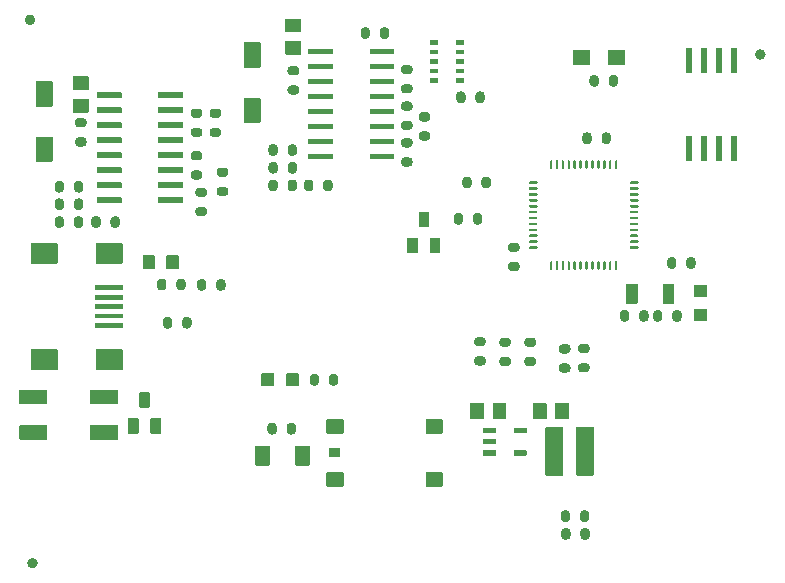
<source format=gbr>
%TF.GenerationSoftware,KiCad,Pcbnew,5.1.6-c6e7f7d~87~ubuntu20.04.1*%
%TF.CreationDate,2020-07-24T19:51:26+01:00*%
%TF.ProjectId,ETAG_GEN3,45544147-5f47-4454-9e33-2e6b69636164,rev?*%
%TF.SameCoordinates,Original*%
%TF.FileFunction,Paste,Top*%
%TF.FilePolarity,Positive*%
%FSLAX46Y46*%
G04 Gerber Fmt 4.6, Leading zero omitted, Abs format (unit mm)*
G04 Created by KiCad (PCBNEW 5.1.6-c6e7f7d~87~ubuntu20.04.1) date 2020-07-24 19:51:26*
%MOMM*%
%LPD*%
G01*
G04 APERTURE LIST*
%ADD10C,0.100000*%
G04 APERTURE END LIST*
D10*
%TO.C,RESET1*%
G36*
X141635100Y-120595600D02*
G01*
X142524100Y-120595600D01*
X142524100Y-119833600D01*
X141635100Y-119833600D01*
X141635100Y-120595600D01*
G37*
%TD*%
%TO.C,FD1*%
G36*
G01*
X116767300Y-83542600D02*
X116767300Y-83542600D01*
G75*
G02*
X116310100Y-83999800I-457200J0D01*
G01*
X116310100Y-83999800D01*
G75*
G02*
X115852900Y-83542600I0J457200D01*
G01*
X115852900Y-83542600D01*
G75*
G02*
X116310100Y-83085400I457200J0D01*
G01*
X116310100Y-83085400D01*
G75*
G02*
X116767300Y-83542600I0J-457200D01*
G01*
G37*
%TD*%
%TO.C,FD2*%
G36*
G01*
X116058900Y-129547600D02*
X116058900Y-129547600D01*
G75*
G02*
X116516100Y-129090400I457200J0D01*
G01*
X116516100Y-129090400D01*
G75*
G02*
X116973300Y-129547600I0J-457200D01*
G01*
X116973300Y-129547600D01*
G75*
G02*
X116516100Y-130004800I-457200J0D01*
G01*
X116516100Y-130004800D01*
G75*
G02*
X116058900Y-129547600I0J457200D01*
G01*
G37*
%TD*%
%TO.C,FD3*%
G36*
G01*
X177675900Y-86482600D02*
X177675900Y-86482600D01*
G75*
G02*
X178133100Y-86025400I457200J0D01*
G01*
X178133100Y-86025400D01*
G75*
G02*
X178590300Y-86482600I0J-457200D01*
G01*
X178590300Y-86482600D01*
G75*
G02*
X178133100Y-86939800I-457200J0D01*
G01*
X178133100Y-86939800D01*
G75*
G02*
X177675900Y-86482600I0J457200D01*
G01*
G37*
%TD*%
%TO.C,RESET1*%
G36*
G01*
X149804100Y-123000100D02*
X149804100Y-121929100D01*
G75*
G02*
X149898600Y-121834600I94500J0D01*
G01*
X151169600Y-121834600D01*
G75*
G02*
X151264100Y-121929100I0J-94500D01*
G01*
X151264100Y-123000100D01*
G75*
G02*
X151169600Y-123094600I-94500J0D01*
G01*
X149898600Y-123094600D01*
G75*
G02*
X149804100Y-123000100I0J94500D01*
G01*
G37*
G36*
G01*
X141404100Y-123000100D02*
X141404100Y-121929100D01*
G75*
G02*
X141498600Y-121834600I94500J0D01*
G01*
X142769600Y-121834600D01*
G75*
G02*
X142864100Y-121929100I0J-94500D01*
G01*
X142864100Y-123000100D01*
G75*
G02*
X142769600Y-123094600I-94500J0D01*
G01*
X141498600Y-123094600D01*
G75*
G02*
X141404100Y-123000100I0J94500D01*
G01*
G37*
G36*
G01*
X149804100Y-118500100D02*
X149804100Y-117429100D01*
G75*
G02*
X149898600Y-117334600I94500J0D01*
G01*
X151169600Y-117334600D01*
G75*
G02*
X151264100Y-117429100I0J-94500D01*
G01*
X151264100Y-118500100D01*
G75*
G02*
X151169600Y-118594600I-94500J0D01*
G01*
X149898600Y-118594600D01*
G75*
G02*
X149804100Y-118500100I0J94500D01*
G01*
G37*
G36*
G01*
X141404100Y-118500100D02*
X141404100Y-117429100D01*
G75*
G02*
X141498600Y-117334600I94500J0D01*
G01*
X142769600Y-117334600D01*
G75*
G02*
X142864100Y-117429100I0J-94500D01*
G01*
X142864100Y-118500100D01*
G75*
G02*
X142769600Y-118594600I-94500J0D01*
G01*
X141498600Y-118594600D01*
G75*
G02*
X141404100Y-118500100I0J94500D01*
G01*
G37*
%TD*%
%TO.C,D1*%
G36*
G01*
X135364100Y-121220600D02*
X135364100Y-119686600D01*
G75*
G02*
X135427100Y-119623600I63000J0D01*
G01*
X136561100Y-119623600D01*
G75*
G02*
X136624100Y-119686600I0J-63000D01*
G01*
X136624100Y-121220600D01*
G75*
G02*
X136561100Y-121283600I-63000J0D01*
G01*
X135427100Y-121283600D01*
G75*
G02*
X135364100Y-121220600I0J63000D01*
G01*
G37*
G36*
G01*
X138764100Y-121220600D02*
X138764100Y-119686600D01*
G75*
G02*
X138827100Y-119623600I63000J0D01*
G01*
X139961100Y-119623600D01*
G75*
G02*
X140024100Y-119686600I0J-63000D01*
G01*
X140024100Y-121220600D01*
G75*
G02*
X139961100Y-121283600I-63000J0D01*
G01*
X138827100Y-121283600D01*
G75*
G02*
X138764100Y-121220600I0J63000D01*
G01*
G37*
%TD*%
%TO.C,MCU1*%
G36*
G01*
X165909260Y-103982600D02*
X165952940Y-103982600D01*
G75*
G02*
X166040300Y-104069960I0J-87360D01*
G01*
X166040300Y-104643640D01*
G75*
G02*
X165952940Y-104731000I-87360J0D01*
G01*
X165909260Y-104731000D01*
G75*
G02*
X165821900Y-104643640I0J87360D01*
G01*
X165821900Y-104069960D01*
G75*
G02*
X165909260Y-103982600I87360J0D01*
G01*
G37*
G36*
G01*
X165409260Y-103982600D02*
X165452940Y-103982600D01*
G75*
G02*
X165540300Y-104069960I0J-87360D01*
G01*
X165540300Y-104643640D01*
G75*
G02*
X165452940Y-104731000I-87360J0D01*
G01*
X165409260Y-104731000D01*
G75*
G02*
X165321900Y-104643640I0J87360D01*
G01*
X165321900Y-104069960D01*
G75*
G02*
X165409260Y-103982600I87360J0D01*
G01*
G37*
G36*
G01*
X164909260Y-103982600D02*
X164952940Y-103982600D01*
G75*
G02*
X165040300Y-104069960I0J-87360D01*
G01*
X165040300Y-104643640D01*
G75*
G02*
X164952940Y-104731000I-87360J0D01*
G01*
X164909260Y-104731000D01*
G75*
G02*
X164821900Y-104643640I0J87360D01*
G01*
X164821900Y-104069960D01*
G75*
G02*
X164909260Y-103982600I87360J0D01*
G01*
G37*
G36*
G01*
X164409260Y-103982600D02*
X164452940Y-103982600D01*
G75*
G02*
X164540300Y-104069960I0J-87360D01*
G01*
X164540300Y-104643640D01*
G75*
G02*
X164452940Y-104731000I-87360J0D01*
G01*
X164409260Y-104731000D01*
G75*
G02*
X164321900Y-104643640I0J87360D01*
G01*
X164321900Y-104069960D01*
G75*
G02*
X164409260Y-103982600I87360J0D01*
G01*
G37*
G36*
G01*
X163909260Y-103982600D02*
X163952940Y-103982600D01*
G75*
G02*
X164040300Y-104069960I0J-87360D01*
G01*
X164040300Y-104643640D01*
G75*
G02*
X163952940Y-104731000I-87360J0D01*
G01*
X163909260Y-104731000D01*
G75*
G02*
X163821900Y-104643640I0J87360D01*
G01*
X163821900Y-104069960D01*
G75*
G02*
X163909260Y-103982600I87360J0D01*
G01*
G37*
G36*
G01*
X163409260Y-103982600D02*
X163452940Y-103982600D01*
G75*
G02*
X163540300Y-104069960I0J-87360D01*
G01*
X163540300Y-104643640D01*
G75*
G02*
X163452940Y-104731000I-87360J0D01*
G01*
X163409260Y-104731000D01*
G75*
G02*
X163321900Y-104643640I0J87360D01*
G01*
X163321900Y-104069960D01*
G75*
G02*
X163409260Y-103982600I87360J0D01*
G01*
G37*
G36*
G01*
X162909260Y-103982600D02*
X162952940Y-103982600D01*
G75*
G02*
X163040300Y-104069960I0J-87360D01*
G01*
X163040300Y-104643640D01*
G75*
G02*
X162952940Y-104731000I-87360J0D01*
G01*
X162909260Y-104731000D01*
G75*
G02*
X162821900Y-104643640I0J87360D01*
G01*
X162821900Y-104069960D01*
G75*
G02*
X162909260Y-103982600I87360J0D01*
G01*
G37*
G36*
G01*
X162409260Y-103982600D02*
X162452940Y-103982600D01*
G75*
G02*
X162540300Y-104069960I0J-87360D01*
G01*
X162540300Y-104643640D01*
G75*
G02*
X162452940Y-104731000I-87360J0D01*
G01*
X162409260Y-104731000D01*
G75*
G02*
X162321900Y-104643640I0J87360D01*
G01*
X162321900Y-104069960D01*
G75*
G02*
X162409260Y-103982600I87360J0D01*
G01*
G37*
G36*
G01*
X161909260Y-103982600D02*
X161952940Y-103982600D01*
G75*
G02*
X162040300Y-104069960I0J-87360D01*
G01*
X162040300Y-104643640D01*
G75*
G02*
X161952940Y-104731000I-87360J0D01*
G01*
X161909260Y-104731000D01*
G75*
G02*
X161821900Y-104643640I0J87360D01*
G01*
X161821900Y-104069960D01*
G75*
G02*
X161909260Y-103982600I87360J0D01*
G01*
G37*
G36*
G01*
X161409260Y-103982600D02*
X161452940Y-103982600D01*
G75*
G02*
X161540300Y-104069960I0J-87360D01*
G01*
X161540300Y-104643640D01*
G75*
G02*
X161452940Y-104731000I-87360J0D01*
G01*
X161409260Y-104731000D01*
G75*
G02*
X161321900Y-104643640I0J87360D01*
G01*
X161321900Y-104069960D01*
G75*
G02*
X161409260Y-103982600I87360J0D01*
G01*
G37*
G36*
G01*
X160909260Y-103982600D02*
X160952940Y-103982600D01*
G75*
G02*
X161040300Y-104069960I0J-87360D01*
G01*
X161040300Y-104643640D01*
G75*
G02*
X160952940Y-104731000I-87360J0D01*
G01*
X160909260Y-104731000D01*
G75*
G02*
X160821900Y-104643640I0J87360D01*
G01*
X160821900Y-104069960D01*
G75*
G02*
X160909260Y-103982600I87360J0D01*
G01*
G37*
G36*
G01*
X160409260Y-103982600D02*
X160452940Y-103982600D01*
G75*
G02*
X160540300Y-104069960I0J-87360D01*
G01*
X160540300Y-104643640D01*
G75*
G02*
X160452940Y-104731000I-87360J0D01*
G01*
X160409260Y-104731000D01*
G75*
G02*
X160321900Y-104643640I0J87360D01*
G01*
X160321900Y-104069960D01*
G75*
G02*
X160409260Y-103982600I87360J0D01*
G01*
G37*
G36*
G01*
X159280300Y-102809960D02*
X159280300Y-102853640D01*
G75*
G02*
X159192940Y-102941000I-87360J0D01*
G01*
X158619260Y-102941000D01*
G75*
G02*
X158531900Y-102853640I0J87360D01*
G01*
X158531900Y-102809960D01*
G75*
G02*
X158619260Y-102722600I87360J0D01*
G01*
X159192940Y-102722600D01*
G75*
G02*
X159280300Y-102809960I0J-87360D01*
G01*
G37*
G36*
G01*
X159280300Y-102309960D02*
X159280300Y-102353640D01*
G75*
G02*
X159192940Y-102441000I-87360J0D01*
G01*
X158619260Y-102441000D01*
G75*
G02*
X158531900Y-102353640I0J87360D01*
G01*
X158531900Y-102309960D01*
G75*
G02*
X158619260Y-102222600I87360J0D01*
G01*
X159192940Y-102222600D01*
G75*
G02*
X159280300Y-102309960I0J-87360D01*
G01*
G37*
G36*
G01*
X159280300Y-101809960D02*
X159280300Y-101853640D01*
G75*
G02*
X159192940Y-101941000I-87360J0D01*
G01*
X158619260Y-101941000D01*
G75*
G02*
X158531900Y-101853640I0J87360D01*
G01*
X158531900Y-101809960D01*
G75*
G02*
X158619260Y-101722600I87360J0D01*
G01*
X159192940Y-101722600D01*
G75*
G02*
X159280300Y-101809960I0J-87360D01*
G01*
G37*
G36*
G01*
X159280300Y-101309960D02*
X159280300Y-101353640D01*
G75*
G02*
X159192940Y-101441000I-87360J0D01*
G01*
X158619260Y-101441000D01*
G75*
G02*
X158531900Y-101353640I0J87360D01*
G01*
X158531900Y-101309960D01*
G75*
G02*
X158619260Y-101222600I87360J0D01*
G01*
X159192940Y-101222600D01*
G75*
G02*
X159280300Y-101309960I0J-87360D01*
G01*
G37*
G36*
G01*
X159280300Y-100809960D02*
X159280300Y-100853640D01*
G75*
G02*
X159192940Y-100941000I-87360J0D01*
G01*
X158619260Y-100941000D01*
G75*
G02*
X158531900Y-100853640I0J87360D01*
G01*
X158531900Y-100809960D01*
G75*
G02*
X158619260Y-100722600I87360J0D01*
G01*
X159192940Y-100722600D01*
G75*
G02*
X159280300Y-100809960I0J-87360D01*
G01*
G37*
G36*
G01*
X159280300Y-100309960D02*
X159280300Y-100353640D01*
G75*
G02*
X159192940Y-100441000I-87360J0D01*
G01*
X158619260Y-100441000D01*
G75*
G02*
X158531900Y-100353640I0J87360D01*
G01*
X158531900Y-100309960D01*
G75*
G02*
X158619260Y-100222600I87360J0D01*
G01*
X159192940Y-100222600D01*
G75*
G02*
X159280300Y-100309960I0J-87360D01*
G01*
G37*
G36*
G01*
X159280300Y-99809960D02*
X159280300Y-99853640D01*
G75*
G02*
X159192940Y-99941000I-87360J0D01*
G01*
X158619260Y-99941000D01*
G75*
G02*
X158531900Y-99853640I0J87360D01*
G01*
X158531900Y-99809960D01*
G75*
G02*
X158619260Y-99722600I87360J0D01*
G01*
X159192940Y-99722600D01*
G75*
G02*
X159280300Y-99809960I0J-87360D01*
G01*
G37*
G36*
G01*
X159280300Y-99309960D02*
X159280300Y-99353640D01*
G75*
G02*
X159192940Y-99441000I-87360J0D01*
G01*
X158619260Y-99441000D01*
G75*
G02*
X158531900Y-99353640I0J87360D01*
G01*
X158531900Y-99309960D01*
G75*
G02*
X158619260Y-99222600I87360J0D01*
G01*
X159192940Y-99222600D01*
G75*
G02*
X159280300Y-99309960I0J-87360D01*
G01*
G37*
G36*
G01*
X159280300Y-98809960D02*
X159280300Y-98853640D01*
G75*
G02*
X159192940Y-98941000I-87360J0D01*
G01*
X158619260Y-98941000D01*
G75*
G02*
X158531900Y-98853640I0J87360D01*
G01*
X158531900Y-98809960D01*
G75*
G02*
X158619260Y-98722600I87360J0D01*
G01*
X159192940Y-98722600D01*
G75*
G02*
X159280300Y-98809960I0J-87360D01*
G01*
G37*
G36*
G01*
X159280300Y-98309960D02*
X159280300Y-98353640D01*
G75*
G02*
X159192940Y-98441000I-87360J0D01*
G01*
X158619260Y-98441000D01*
G75*
G02*
X158531900Y-98353640I0J87360D01*
G01*
X158531900Y-98309960D01*
G75*
G02*
X158619260Y-98222600I87360J0D01*
G01*
X159192940Y-98222600D01*
G75*
G02*
X159280300Y-98309960I0J-87360D01*
G01*
G37*
G36*
G01*
X159280300Y-97809960D02*
X159280300Y-97853640D01*
G75*
G02*
X159192940Y-97941000I-87360J0D01*
G01*
X158619260Y-97941000D01*
G75*
G02*
X158531900Y-97853640I0J87360D01*
G01*
X158531900Y-97809960D01*
G75*
G02*
X158619260Y-97722600I87360J0D01*
G01*
X159192940Y-97722600D01*
G75*
G02*
X159280300Y-97809960I0J-87360D01*
G01*
G37*
G36*
G01*
X159280300Y-97309960D02*
X159280300Y-97353640D01*
G75*
G02*
X159192940Y-97441000I-87360J0D01*
G01*
X158619260Y-97441000D01*
G75*
G02*
X158531900Y-97353640I0J87360D01*
G01*
X158531900Y-97309960D01*
G75*
G02*
X158619260Y-97222600I87360J0D01*
G01*
X159192940Y-97222600D01*
G75*
G02*
X159280300Y-97309960I0J-87360D01*
G01*
G37*
G36*
G01*
X160409260Y-95432600D02*
X160452940Y-95432600D01*
G75*
G02*
X160540300Y-95519960I0J-87360D01*
G01*
X160540300Y-96093640D01*
G75*
G02*
X160452940Y-96181000I-87360J0D01*
G01*
X160409260Y-96181000D01*
G75*
G02*
X160321900Y-96093640I0J87360D01*
G01*
X160321900Y-95519960D01*
G75*
G02*
X160409260Y-95432600I87360J0D01*
G01*
G37*
G36*
G01*
X160909260Y-95432600D02*
X160952940Y-95432600D01*
G75*
G02*
X161040300Y-95519960I0J-87360D01*
G01*
X161040300Y-96093640D01*
G75*
G02*
X160952940Y-96181000I-87360J0D01*
G01*
X160909260Y-96181000D01*
G75*
G02*
X160821900Y-96093640I0J87360D01*
G01*
X160821900Y-95519960D01*
G75*
G02*
X160909260Y-95432600I87360J0D01*
G01*
G37*
G36*
G01*
X161409260Y-95432600D02*
X161452940Y-95432600D01*
G75*
G02*
X161540300Y-95519960I0J-87360D01*
G01*
X161540300Y-96093640D01*
G75*
G02*
X161452940Y-96181000I-87360J0D01*
G01*
X161409260Y-96181000D01*
G75*
G02*
X161321900Y-96093640I0J87360D01*
G01*
X161321900Y-95519960D01*
G75*
G02*
X161409260Y-95432600I87360J0D01*
G01*
G37*
G36*
G01*
X161909260Y-95432600D02*
X161952940Y-95432600D01*
G75*
G02*
X162040300Y-95519960I0J-87360D01*
G01*
X162040300Y-96093640D01*
G75*
G02*
X161952940Y-96181000I-87360J0D01*
G01*
X161909260Y-96181000D01*
G75*
G02*
X161821900Y-96093640I0J87360D01*
G01*
X161821900Y-95519960D01*
G75*
G02*
X161909260Y-95432600I87360J0D01*
G01*
G37*
G36*
G01*
X162409260Y-95432600D02*
X162452940Y-95432600D01*
G75*
G02*
X162540300Y-95519960I0J-87360D01*
G01*
X162540300Y-96093640D01*
G75*
G02*
X162452940Y-96181000I-87360J0D01*
G01*
X162409260Y-96181000D01*
G75*
G02*
X162321900Y-96093640I0J87360D01*
G01*
X162321900Y-95519960D01*
G75*
G02*
X162409260Y-95432600I87360J0D01*
G01*
G37*
G36*
G01*
X162909260Y-95432600D02*
X162952940Y-95432600D01*
G75*
G02*
X163040300Y-95519960I0J-87360D01*
G01*
X163040300Y-96093640D01*
G75*
G02*
X162952940Y-96181000I-87360J0D01*
G01*
X162909260Y-96181000D01*
G75*
G02*
X162821900Y-96093640I0J87360D01*
G01*
X162821900Y-95519960D01*
G75*
G02*
X162909260Y-95432600I87360J0D01*
G01*
G37*
G36*
G01*
X163409260Y-95432600D02*
X163452940Y-95432600D01*
G75*
G02*
X163540300Y-95519960I0J-87360D01*
G01*
X163540300Y-96093640D01*
G75*
G02*
X163452940Y-96181000I-87360J0D01*
G01*
X163409260Y-96181000D01*
G75*
G02*
X163321900Y-96093640I0J87360D01*
G01*
X163321900Y-95519960D01*
G75*
G02*
X163409260Y-95432600I87360J0D01*
G01*
G37*
G36*
G01*
X163909260Y-95432600D02*
X163952940Y-95432600D01*
G75*
G02*
X164040300Y-95519960I0J-87360D01*
G01*
X164040300Y-96093640D01*
G75*
G02*
X163952940Y-96181000I-87360J0D01*
G01*
X163909260Y-96181000D01*
G75*
G02*
X163821900Y-96093640I0J87360D01*
G01*
X163821900Y-95519960D01*
G75*
G02*
X163909260Y-95432600I87360J0D01*
G01*
G37*
G36*
G01*
X164409260Y-95432600D02*
X164452940Y-95432600D01*
G75*
G02*
X164540300Y-95519960I0J-87360D01*
G01*
X164540300Y-96093640D01*
G75*
G02*
X164452940Y-96181000I-87360J0D01*
G01*
X164409260Y-96181000D01*
G75*
G02*
X164321900Y-96093640I0J87360D01*
G01*
X164321900Y-95519960D01*
G75*
G02*
X164409260Y-95432600I87360J0D01*
G01*
G37*
G36*
G01*
X164909260Y-95432600D02*
X164952940Y-95432600D01*
G75*
G02*
X165040300Y-95519960I0J-87360D01*
G01*
X165040300Y-96093640D01*
G75*
G02*
X164952940Y-96181000I-87360J0D01*
G01*
X164909260Y-96181000D01*
G75*
G02*
X164821900Y-96093640I0J87360D01*
G01*
X164821900Y-95519960D01*
G75*
G02*
X164909260Y-95432600I87360J0D01*
G01*
G37*
G36*
G01*
X165409260Y-95432600D02*
X165452940Y-95432600D01*
G75*
G02*
X165540300Y-95519960I0J-87360D01*
G01*
X165540300Y-96093640D01*
G75*
G02*
X165452940Y-96181000I-87360J0D01*
G01*
X165409260Y-96181000D01*
G75*
G02*
X165321900Y-96093640I0J87360D01*
G01*
X165321900Y-95519960D01*
G75*
G02*
X165409260Y-95432600I87360J0D01*
G01*
G37*
G36*
G01*
X165909260Y-95432600D02*
X165952940Y-95432600D01*
G75*
G02*
X166040300Y-95519960I0J-87360D01*
G01*
X166040300Y-96093640D01*
G75*
G02*
X165952940Y-96181000I-87360J0D01*
G01*
X165909260Y-96181000D01*
G75*
G02*
X165821900Y-96093640I0J87360D01*
G01*
X165821900Y-95519960D01*
G75*
G02*
X165909260Y-95432600I87360J0D01*
G01*
G37*
G36*
G01*
X167830300Y-97309960D02*
X167830300Y-97353640D01*
G75*
G02*
X167742940Y-97441000I-87360J0D01*
G01*
X167169260Y-97441000D01*
G75*
G02*
X167081900Y-97353640I0J87360D01*
G01*
X167081900Y-97309960D01*
G75*
G02*
X167169260Y-97222600I87360J0D01*
G01*
X167742940Y-97222600D01*
G75*
G02*
X167830300Y-97309960I0J-87360D01*
G01*
G37*
G36*
G01*
X167830300Y-97809960D02*
X167830300Y-97853640D01*
G75*
G02*
X167742940Y-97941000I-87360J0D01*
G01*
X167169260Y-97941000D01*
G75*
G02*
X167081900Y-97853640I0J87360D01*
G01*
X167081900Y-97809960D01*
G75*
G02*
X167169260Y-97722600I87360J0D01*
G01*
X167742940Y-97722600D01*
G75*
G02*
X167830300Y-97809960I0J-87360D01*
G01*
G37*
G36*
G01*
X167830300Y-98309960D02*
X167830300Y-98353640D01*
G75*
G02*
X167742940Y-98441000I-87360J0D01*
G01*
X167169260Y-98441000D01*
G75*
G02*
X167081900Y-98353640I0J87360D01*
G01*
X167081900Y-98309960D01*
G75*
G02*
X167169260Y-98222600I87360J0D01*
G01*
X167742940Y-98222600D01*
G75*
G02*
X167830300Y-98309960I0J-87360D01*
G01*
G37*
G36*
G01*
X167830300Y-98809960D02*
X167830300Y-98853640D01*
G75*
G02*
X167742940Y-98941000I-87360J0D01*
G01*
X167169260Y-98941000D01*
G75*
G02*
X167081900Y-98853640I0J87360D01*
G01*
X167081900Y-98809960D01*
G75*
G02*
X167169260Y-98722600I87360J0D01*
G01*
X167742940Y-98722600D01*
G75*
G02*
X167830300Y-98809960I0J-87360D01*
G01*
G37*
G36*
G01*
X167830300Y-99309960D02*
X167830300Y-99353640D01*
G75*
G02*
X167742940Y-99441000I-87360J0D01*
G01*
X167169260Y-99441000D01*
G75*
G02*
X167081900Y-99353640I0J87360D01*
G01*
X167081900Y-99309960D01*
G75*
G02*
X167169260Y-99222600I87360J0D01*
G01*
X167742940Y-99222600D01*
G75*
G02*
X167830300Y-99309960I0J-87360D01*
G01*
G37*
G36*
G01*
X167830300Y-99809960D02*
X167830300Y-99853640D01*
G75*
G02*
X167742940Y-99941000I-87360J0D01*
G01*
X167169260Y-99941000D01*
G75*
G02*
X167081900Y-99853640I0J87360D01*
G01*
X167081900Y-99809960D01*
G75*
G02*
X167169260Y-99722600I87360J0D01*
G01*
X167742940Y-99722600D01*
G75*
G02*
X167830300Y-99809960I0J-87360D01*
G01*
G37*
G36*
G01*
X167830300Y-100309960D02*
X167830300Y-100353640D01*
G75*
G02*
X167742940Y-100441000I-87360J0D01*
G01*
X167169260Y-100441000D01*
G75*
G02*
X167081900Y-100353640I0J87360D01*
G01*
X167081900Y-100309960D01*
G75*
G02*
X167169260Y-100222600I87360J0D01*
G01*
X167742940Y-100222600D01*
G75*
G02*
X167830300Y-100309960I0J-87360D01*
G01*
G37*
G36*
G01*
X167830300Y-100809960D02*
X167830300Y-100853640D01*
G75*
G02*
X167742940Y-100941000I-87360J0D01*
G01*
X167169260Y-100941000D01*
G75*
G02*
X167081900Y-100853640I0J87360D01*
G01*
X167081900Y-100809960D01*
G75*
G02*
X167169260Y-100722600I87360J0D01*
G01*
X167742940Y-100722600D01*
G75*
G02*
X167830300Y-100809960I0J-87360D01*
G01*
G37*
G36*
G01*
X167830300Y-101309960D02*
X167830300Y-101353640D01*
G75*
G02*
X167742940Y-101441000I-87360J0D01*
G01*
X167169260Y-101441000D01*
G75*
G02*
X167081900Y-101353640I0J87360D01*
G01*
X167081900Y-101309960D01*
G75*
G02*
X167169260Y-101222600I87360J0D01*
G01*
X167742940Y-101222600D01*
G75*
G02*
X167830300Y-101309960I0J-87360D01*
G01*
G37*
G36*
G01*
X167830300Y-101809960D02*
X167830300Y-101853640D01*
G75*
G02*
X167742940Y-101941000I-87360J0D01*
G01*
X167169260Y-101941000D01*
G75*
G02*
X167081900Y-101853640I0J87360D01*
G01*
X167081900Y-101809960D01*
G75*
G02*
X167169260Y-101722600I87360J0D01*
G01*
X167742940Y-101722600D01*
G75*
G02*
X167830300Y-101809960I0J-87360D01*
G01*
G37*
G36*
G01*
X167830300Y-102309960D02*
X167830300Y-102353640D01*
G75*
G02*
X167742940Y-102441000I-87360J0D01*
G01*
X167169260Y-102441000D01*
G75*
G02*
X167081900Y-102353640I0J87360D01*
G01*
X167081900Y-102309960D01*
G75*
G02*
X167169260Y-102222600I87360J0D01*
G01*
X167742940Y-102222600D01*
G75*
G02*
X167830300Y-102309960I0J-87360D01*
G01*
G37*
G36*
G01*
X167830300Y-102809960D02*
X167830300Y-102853640D01*
G75*
G02*
X167742940Y-102941000I-87360J0D01*
G01*
X167169260Y-102941000D01*
G75*
G02*
X167081900Y-102853640I0J87360D01*
G01*
X167081900Y-102809960D01*
G75*
G02*
X167169260Y-102722600I87360J0D01*
G01*
X167742940Y-102722600D01*
G75*
G02*
X167830300Y-102809960I0J-87360D01*
G01*
G37*
%TD*%
%TO.C,C11*%
G36*
G01*
X161080500Y-113109680D02*
X161080500Y-112950320D01*
G75*
G02*
X161399220Y-112631600I318720J0D01*
G01*
X161760180Y-112631600D01*
G75*
G02*
X162078900Y-112950320I0J-318720D01*
G01*
X162078900Y-113109680D01*
G75*
G02*
X161760180Y-113428400I-318720J0D01*
G01*
X161399220Y-113428400D01*
G75*
G02*
X161080500Y-113109680I0J318720D01*
G01*
G37*
G36*
G01*
X161080500Y-111484080D02*
X161080500Y-111324720D01*
G75*
G02*
X161399220Y-111006000I318720J0D01*
G01*
X161760180Y-111006000D01*
G75*
G02*
X162078900Y-111324720I0J-318720D01*
G01*
X162078900Y-111484080D01*
G75*
G02*
X161760180Y-111802800I-318720J0D01*
G01*
X161399220Y-111802800D01*
G75*
G02*
X161080500Y-111484080I0J318720D01*
G01*
G37*
%TD*%
%TO.C,C5*%
G36*
G01*
X157778600Y-102730520D02*
X157778600Y-102889880D01*
G75*
G02*
X157459880Y-103208600I-318720J0D01*
G01*
X157098920Y-103208600D01*
G75*
G02*
X156780200Y-102889880I0J318720D01*
G01*
X156780200Y-102730520D01*
G75*
G02*
X157098920Y-102411800I318720J0D01*
G01*
X157459880Y-102411800D01*
G75*
G02*
X157778600Y-102730520I0J-318720D01*
G01*
G37*
G36*
G01*
X157778600Y-104356120D02*
X157778600Y-104515480D01*
G75*
G02*
X157459880Y-104834200I-318720J0D01*
G01*
X157098920Y-104834200D01*
G75*
G02*
X156780200Y-104515480I0J318720D01*
G01*
X156780200Y-104356120D01*
G75*
G02*
X157098920Y-104037400I318720J0D01*
G01*
X157459880Y-104037400D01*
G75*
G02*
X157778600Y-104356120I0J-318720D01*
G01*
G37*
%TD*%
%TO.C,C6*%
G36*
G01*
X170562820Y-103636600D02*
X170722180Y-103636600D01*
G75*
G02*
X171040900Y-103955320I0J-318720D01*
G01*
X171040900Y-104316280D01*
G75*
G02*
X170722180Y-104635000I-318720J0D01*
G01*
X170562820Y-104635000D01*
G75*
G02*
X170244100Y-104316280I0J318720D01*
G01*
X170244100Y-103955320D01*
G75*
G02*
X170562820Y-103636600I318720J0D01*
G01*
G37*
G36*
G01*
X172188420Y-103636600D02*
X172347780Y-103636600D01*
G75*
G02*
X172666500Y-103955320I0J-318720D01*
G01*
X172666500Y-104316280D01*
G75*
G02*
X172347780Y-104635000I-318720J0D01*
G01*
X172188420Y-104635000D01*
G75*
G02*
X171869700Y-104316280I0J318720D01*
G01*
X171869700Y-103955320D01*
G75*
G02*
X172188420Y-103636600I318720J0D01*
G01*
G37*
%TD*%
%TO.C,Y4*%
G36*
G01*
X170816600Y-107581600D02*
X169925600Y-107581600D01*
G75*
G02*
X169876100Y-107532100I0J49500D01*
G01*
X169876100Y-105941100D01*
G75*
G02*
X169925600Y-105891600I49500J0D01*
G01*
X170816600Y-105891600D01*
G75*
G02*
X170866100Y-105941100I0J-49500D01*
G01*
X170866100Y-107532100D01*
G75*
G02*
X170816600Y-107581600I-49500J0D01*
G01*
G37*
G36*
G01*
X167716600Y-107581600D02*
X166825600Y-107581600D01*
G75*
G02*
X166776100Y-107532100I0J49500D01*
G01*
X166776100Y-105941100D01*
G75*
G02*
X166825600Y-105891600I49500J0D01*
G01*
X167716600Y-105891600D01*
G75*
G02*
X167766100Y-105941100I0J-49500D01*
G01*
X167766100Y-107532100D01*
G75*
G02*
X167716600Y-107581600I-49500J0D01*
G01*
G37*
%TD*%
%TO.C,C9*%
G36*
G01*
X166579620Y-108115400D02*
X166738980Y-108115400D01*
G75*
G02*
X167057700Y-108434120I0J-318720D01*
G01*
X167057700Y-108795080D01*
G75*
G02*
X166738980Y-109113800I-318720J0D01*
G01*
X166579620Y-109113800D01*
G75*
G02*
X166260900Y-108795080I0J318720D01*
G01*
X166260900Y-108434120D01*
G75*
G02*
X166579620Y-108115400I318720J0D01*
G01*
G37*
G36*
G01*
X168205220Y-108115400D02*
X168364580Y-108115400D01*
G75*
G02*
X168683300Y-108434120I0J-318720D01*
G01*
X168683300Y-108795080D01*
G75*
G02*
X168364580Y-109113800I-318720J0D01*
G01*
X168205220Y-109113800D01*
G75*
G02*
X167886500Y-108795080I0J318720D01*
G01*
X167886500Y-108434120D01*
G75*
G02*
X168205220Y-108115400I318720J0D01*
G01*
G37*
%TD*%
%TO.C,C10*%
G36*
G01*
X171162580Y-109113800D02*
X171003220Y-109113800D01*
G75*
G02*
X170684500Y-108795080I0J318720D01*
G01*
X170684500Y-108434120D01*
G75*
G02*
X171003220Y-108115400I318720J0D01*
G01*
X171162580Y-108115400D01*
G75*
G02*
X171481300Y-108434120I0J-318720D01*
G01*
X171481300Y-108795080D01*
G75*
G02*
X171162580Y-109113800I-318720J0D01*
G01*
G37*
G36*
G01*
X169536980Y-109113800D02*
X169377620Y-109113800D01*
G75*
G02*
X169058900Y-108795080I0J318720D01*
G01*
X169058900Y-108434120D01*
G75*
G02*
X169377620Y-108115400I318720J0D01*
G01*
X169536980Y-108115400D01*
G75*
G02*
X169855700Y-108434120I0J-318720D01*
G01*
X169855700Y-108795080D01*
G75*
G02*
X169536980Y-109113800I-318720J0D01*
G01*
G37*
%TD*%
%TO.C,LED1*%
G36*
G01*
X138062100Y-113483600D02*
X139034100Y-113483600D01*
G75*
G02*
X139088100Y-113537600I0J-54000D01*
G01*
X139088100Y-114509600D01*
G75*
G02*
X139034100Y-114563600I-54000J0D01*
G01*
X138062100Y-114563600D01*
G75*
G02*
X138008100Y-114509600I0J54000D01*
G01*
X138008100Y-113537600D01*
G75*
G02*
X138062100Y-113483600I54000J0D01*
G01*
G37*
G36*
G01*
X135962100Y-113483600D02*
X136934100Y-113483600D01*
G75*
G02*
X136988100Y-113537600I0J-54000D01*
G01*
X136988100Y-114509600D01*
G75*
G02*
X136934100Y-114563600I-54000J0D01*
G01*
X135962100Y-114563600D01*
G75*
G02*
X135908100Y-114509600I0J54000D01*
G01*
X135908100Y-113537600D01*
G75*
G02*
X135962100Y-113483600I54000J0D01*
G01*
G37*
%TD*%
%TO.C,RP_SCL1*%
G36*
G01*
X153229620Y-96821400D02*
X153388980Y-96821400D01*
G75*
G02*
X153707700Y-97140120I0J-318720D01*
G01*
X153707700Y-97501080D01*
G75*
G02*
X153388980Y-97819800I-318720J0D01*
G01*
X153229620Y-97819800D01*
G75*
G02*
X152910900Y-97501080I0J318720D01*
G01*
X152910900Y-97140120D01*
G75*
G02*
X153229620Y-96821400I318720J0D01*
G01*
G37*
G36*
G01*
X154855220Y-96821400D02*
X155014580Y-96821400D01*
G75*
G02*
X155333300Y-97140120I0J-318720D01*
G01*
X155333300Y-97501080D01*
G75*
G02*
X155014580Y-97819800I-318720J0D01*
G01*
X154855220Y-97819800D01*
G75*
G02*
X154536500Y-97501080I0J318720D01*
G01*
X154536500Y-97140120D01*
G75*
G02*
X154855220Y-96821400I318720J0D01*
G01*
G37*
%TD*%
%TO.C,RP_SDA1*%
G36*
G01*
X152504620Y-99893400D02*
X152663980Y-99893400D01*
G75*
G02*
X152982700Y-100212120I0J-318720D01*
G01*
X152982700Y-100573080D01*
G75*
G02*
X152663980Y-100891800I-318720J0D01*
G01*
X152504620Y-100891800D01*
G75*
G02*
X152185900Y-100573080I0J318720D01*
G01*
X152185900Y-100212120D01*
G75*
G02*
X152504620Y-99893400I318720J0D01*
G01*
G37*
G36*
G01*
X154130220Y-99893400D02*
X154289580Y-99893400D01*
G75*
G02*
X154608300Y-100212120I0J-318720D01*
G01*
X154608300Y-100573080D01*
G75*
G02*
X154289580Y-100891800I-318720J0D01*
G01*
X154130220Y-100891800D01*
G75*
G02*
X153811500Y-100573080I0J318720D01*
G01*
X153811500Y-100212120D01*
G75*
G02*
X154130220Y-99893400I318720J0D01*
G01*
G37*
%TD*%
%TO.C,C7*%
G36*
G01*
X129168780Y-106461400D02*
X129009420Y-106461400D01*
G75*
G02*
X128690700Y-106142680I0J318720D01*
G01*
X128690700Y-105781720D01*
G75*
G02*
X129009420Y-105463000I318720J0D01*
G01*
X129168780Y-105463000D01*
G75*
G02*
X129487500Y-105781720I0J-318720D01*
G01*
X129487500Y-106142680D01*
G75*
G02*
X129168780Y-106461400I-318720J0D01*
G01*
G37*
G36*
G01*
X127543180Y-106461400D02*
X127383820Y-106461400D01*
G75*
G02*
X127065100Y-106142680I0J318720D01*
G01*
X127065100Y-105781720D01*
G75*
G02*
X127383820Y-105463000I318720J0D01*
G01*
X127543180Y-105463000D01*
G75*
G02*
X127861900Y-105781720I0J-318720D01*
G01*
X127861900Y-106142680D01*
G75*
G02*
X127543180Y-106461400I-318720J0D01*
G01*
G37*
%TD*%
%TO.C,C1*%
G36*
G01*
X162704300Y-113083280D02*
X162704300Y-112923920D01*
G75*
G02*
X163023020Y-112605200I318720J0D01*
G01*
X163383980Y-112605200D01*
G75*
G02*
X163702700Y-112923920I0J-318720D01*
G01*
X163702700Y-113083280D01*
G75*
G02*
X163383980Y-113402000I-318720J0D01*
G01*
X163023020Y-113402000D01*
G75*
G02*
X162704300Y-113083280I0J318720D01*
G01*
G37*
G36*
G01*
X162704300Y-111457680D02*
X162704300Y-111298320D01*
G75*
G02*
X163023020Y-110979600I318720J0D01*
G01*
X163383980Y-110979600D01*
G75*
G02*
X163702700Y-111298320I0J-318720D01*
G01*
X163702700Y-111457680D01*
G75*
G02*
X163383980Y-111776400I-318720J0D01*
G01*
X163023020Y-111776400D01*
G75*
G02*
X162704300Y-111457680I0J318720D01*
G01*
G37*
%TD*%
%TO.C,R4*%
G36*
G01*
X136730620Y-117665400D02*
X136889980Y-117665400D01*
G75*
G02*
X137208700Y-117984120I0J-318720D01*
G01*
X137208700Y-118345080D01*
G75*
G02*
X136889980Y-118663800I-318720J0D01*
G01*
X136730620Y-118663800D01*
G75*
G02*
X136411900Y-118345080I0J318720D01*
G01*
X136411900Y-117984120D01*
G75*
G02*
X136730620Y-117665400I318720J0D01*
G01*
G37*
G36*
G01*
X138356220Y-117665400D02*
X138515580Y-117665400D01*
G75*
G02*
X138834300Y-117984120I0J-318720D01*
G01*
X138834300Y-118345080D01*
G75*
G02*
X138515580Y-118663800I-318720J0D01*
G01*
X138356220Y-118663800D01*
G75*
G02*
X138037500Y-118345080I0J318720D01*
G01*
X138037500Y-117984120D01*
G75*
G02*
X138356220Y-117665400I318720J0D01*
G01*
G37*
%TD*%
%TO.C,C2*%
G36*
G01*
X165177580Y-94076800D02*
X165018220Y-94076800D01*
G75*
G02*
X164699500Y-93758080I0J318720D01*
G01*
X164699500Y-93397120D01*
G75*
G02*
X165018220Y-93078400I318720J0D01*
G01*
X165177580Y-93078400D01*
G75*
G02*
X165496300Y-93397120I0J-318720D01*
G01*
X165496300Y-93758080D01*
G75*
G02*
X165177580Y-94076800I-318720J0D01*
G01*
G37*
G36*
G01*
X163551980Y-94076800D02*
X163392620Y-94076800D01*
G75*
G02*
X163073900Y-93758080I0J318720D01*
G01*
X163073900Y-93397120D01*
G75*
G02*
X163392620Y-93078400I318720J0D01*
G01*
X163551980Y-93078400D01*
G75*
G02*
X163870700Y-93397120I0J-318720D01*
G01*
X163870700Y-93758080D01*
G75*
G02*
X163551980Y-94076800I-318720J0D01*
G01*
G37*
%TD*%
%TO.C,C3*%
G36*
G01*
X165784580Y-89217800D02*
X165625220Y-89217800D01*
G75*
G02*
X165306500Y-88899080I0J318720D01*
G01*
X165306500Y-88538120D01*
G75*
G02*
X165625220Y-88219400I318720J0D01*
G01*
X165784580Y-88219400D01*
G75*
G02*
X166103300Y-88538120I0J-318720D01*
G01*
X166103300Y-88899080D01*
G75*
G02*
X165784580Y-89217800I-318720J0D01*
G01*
G37*
G36*
G01*
X164158980Y-89217800D02*
X163999620Y-89217800D01*
G75*
G02*
X163680900Y-88899080I0J318720D01*
G01*
X163680900Y-88538120D01*
G75*
G02*
X163999620Y-88219400I318720J0D01*
G01*
X164158980Y-88219400D01*
G75*
G02*
X164477700Y-88538120I0J-318720D01*
G01*
X164477700Y-88899080D01*
G75*
G02*
X164158980Y-89217800I-318720J0D01*
G01*
G37*
%TD*%
%TO.C,CREF1*%
G36*
G01*
X166714100Y-86168600D02*
X166714100Y-87302600D01*
G75*
G02*
X166651100Y-87365600I-63000J0D01*
G01*
X165317100Y-87365600D01*
G75*
G02*
X165254100Y-87302600I0J63000D01*
G01*
X165254100Y-86168600D01*
G75*
G02*
X165317100Y-86105600I63000J0D01*
G01*
X166651100Y-86105600D01*
G75*
G02*
X166714100Y-86168600I0J-63000D01*
G01*
G37*
G36*
G01*
X162254100Y-87302600D02*
X162254100Y-86168600D01*
G75*
G02*
X162317100Y-86105600I63000J0D01*
G01*
X163651100Y-86105600D01*
G75*
G02*
X163714100Y-86168600I0J-63000D01*
G01*
X163714100Y-87302600D01*
G75*
G02*
X163651100Y-87365600I-63000J0D01*
G01*
X162317100Y-87365600D01*
G75*
G02*
X162254100Y-87302600I0J63000D01*
G01*
G37*
%TD*%
%TO.C,R2*%
G36*
G01*
X156037900Y-112555080D02*
X156037900Y-112395720D01*
G75*
G02*
X156356620Y-112077000I318720J0D01*
G01*
X156717580Y-112077000D01*
G75*
G02*
X157036300Y-112395720I0J-318720D01*
G01*
X157036300Y-112555080D01*
G75*
G02*
X156717580Y-112873800I-318720J0D01*
G01*
X156356620Y-112873800D01*
G75*
G02*
X156037900Y-112555080I0J318720D01*
G01*
G37*
G36*
G01*
X156037900Y-110929480D02*
X156037900Y-110770120D01*
G75*
G02*
X156356620Y-110451400I318720J0D01*
G01*
X156717580Y-110451400D01*
G75*
G02*
X157036300Y-110770120I0J-318720D01*
G01*
X157036300Y-110929480D01*
G75*
G02*
X156717580Y-111248200I-318720J0D01*
G01*
X156356620Y-111248200D01*
G75*
G02*
X156037900Y-110929480I0J318720D01*
G01*
G37*
%TD*%
%TO.C,C8*%
G36*
G01*
X158161900Y-112555080D02*
X158161900Y-112395720D01*
G75*
G02*
X158480620Y-112077000I318720J0D01*
G01*
X158841580Y-112077000D01*
G75*
G02*
X159160300Y-112395720I0J-318720D01*
G01*
X159160300Y-112555080D01*
G75*
G02*
X158841580Y-112873800I-318720J0D01*
G01*
X158480620Y-112873800D01*
G75*
G02*
X158161900Y-112555080I0J318720D01*
G01*
G37*
G36*
G01*
X158161900Y-110929480D02*
X158161900Y-110770120D01*
G75*
G02*
X158480620Y-110451400I318720J0D01*
G01*
X158841580Y-110451400D01*
G75*
G02*
X159160300Y-110770120I0J-318720D01*
G01*
X159160300Y-110929480D01*
G75*
G02*
X158841580Y-111248200I-318720J0D01*
G01*
X158480620Y-111248200D01*
G75*
G02*
X158161900Y-110929480I0J318720D01*
G01*
G37*
%TD*%
%TO.C,R1*%
G36*
G01*
X142089580Y-114527800D02*
X141930220Y-114527800D01*
G75*
G02*
X141611500Y-114209080I0J318720D01*
G01*
X141611500Y-113848120D01*
G75*
G02*
X141930220Y-113529400I318720J0D01*
G01*
X142089580Y-113529400D01*
G75*
G02*
X142408300Y-113848120I0J-318720D01*
G01*
X142408300Y-114209080D01*
G75*
G02*
X142089580Y-114527800I-318720J0D01*
G01*
G37*
G36*
G01*
X140463980Y-114527800D02*
X140304620Y-114527800D01*
G75*
G02*
X139985900Y-114209080I0J318720D01*
G01*
X139985900Y-113848120D01*
G75*
G02*
X140304620Y-113529400I318720J0D01*
G01*
X140463980Y-113529400D01*
G75*
G02*
X140782700Y-113848120I0J-318720D01*
G01*
X140782700Y-114209080D01*
G75*
G02*
X140463980Y-114527800I-318720J0D01*
G01*
G37*
%TD*%
%TO.C,RP_INT1*%
G36*
G01*
X152706620Y-89612400D02*
X152865980Y-89612400D01*
G75*
G02*
X153184700Y-89931120I0J-318720D01*
G01*
X153184700Y-90292080D01*
G75*
G02*
X152865980Y-90610800I-318720J0D01*
G01*
X152706620Y-90610800D01*
G75*
G02*
X152387900Y-90292080I0J318720D01*
G01*
X152387900Y-89931120D01*
G75*
G02*
X152706620Y-89612400I318720J0D01*
G01*
G37*
G36*
G01*
X154332220Y-89612400D02*
X154491580Y-89612400D01*
G75*
G02*
X154810300Y-89931120I0J-318720D01*
G01*
X154810300Y-90292080D01*
G75*
G02*
X154491580Y-90610800I-318720J0D01*
G01*
X154332220Y-90610800D01*
G75*
G02*
X154013500Y-90292080I0J318720D01*
G01*
X154013500Y-89931120D01*
G75*
G02*
X154332220Y-89612400I318720J0D01*
G01*
G37*
%TD*%
%TO.C,USB1*%
G36*
G01*
X121815900Y-106394323D02*
X121815900Y-106076877D01*
G75*
G02*
X121856377Y-106036400I40477J0D01*
G01*
X124173823Y-106036400D01*
G75*
G02*
X124214300Y-106076877I0J-40477D01*
G01*
X124214300Y-106394323D01*
G75*
G02*
X124173823Y-106434800I-40477J0D01*
G01*
X121856377Y-106434800D01*
G75*
G02*
X121815900Y-106394323I0J40477D01*
G01*
G37*
G36*
G01*
X121865100Y-113145600D02*
X121865100Y-111525600D01*
G75*
G02*
X121955100Y-111435600I90000J0D01*
G01*
X124075100Y-111435600D01*
G75*
G02*
X124165100Y-111525600I0J-90000D01*
G01*
X124165100Y-113145600D01*
G75*
G02*
X124075100Y-113235600I-90000J0D01*
G01*
X121955100Y-113235600D01*
G75*
G02*
X121865100Y-113145600I0J90000D01*
G01*
G37*
G36*
G01*
X116365100Y-113145600D02*
X116365100Y-111525600D01*
G75*
G02*
X116455100Y-111435600I90000J0D01*
G01*
X118575100Y-111435600D01*
G75*
G02*
X118665100Y-111525600I0J-90000D01*
G01*
X118665100Y-113145600D01*
G75*
G02*
X118575100Y-113235600I-90000J0D01*
G01*
X116455100Y-113235600D01*
G75*
G02*
X116365100Y-113145600I0J90000D01*
G01*
G37*
G36*
G01*
X121865100Y-104145600D02*
X121865100Y-102525600D01*
G75*
G02*
X121955100Y-102435600I90000J0D01*
G01*
X124075100Y-102435600D01*
G75*
G02*
X124165100Y-102525600I0J-90000D01*
G01*
X124165100Y-104145600D01*
G75*
G02*
X124075100Y-104235600I-90000J0D01*
G01*
X121955100Y-104235600D01*
G75*
G02*
X121865100Y-104145600I0J90000D01*
G01*
G37*
G36*
G01*
X116365100Y-104145600D02*
X116365100Y-102525600D01*
G75*
G02*
X116455100Y-102435600I90000J0D01*
G01*
X118575100Y-102435600D01*
G75*
G02*
X118665100Y-102525600I0J-90000D01*
G01*
X118665100Y-104145600D01*
G75*
G02*
X118575100Y-104235600I-90000J0D01*
G01*
X116455100Y-104235600D01*
G75*
G02*
X116365100Y-104145600I0J90000D01*
G01*
G37*
G36*
G01*
X121815900Y-108794323D02*
X121815900Y-108476877D01*
G75*
G02*
X121856377Y-108436400I40477J0D01*
G01*
X124173823Y-108436400D01*
G75*
G02*
X124214300Y-108476877I0J-40477D01*
G01*
X124214300Y-108794323D01*
G75*
G02*
X124173823Y-108834800I-40477J0D01*
G01*
X121856377Y-108834800D01*
G75*
G02*
X121815900Y-108794323I0J40477D01*
G01*
G37*
G36*
G01*
X121815900Y-109594323D02*
X121815900Y-109276877D01*
G75*
G02*
X121856377Y-109236400I40477J0D01*
G01*
X124173823Y-109236400D01*
G75*
G02*
X124214300Y-109276877I0J-40477D01*
G01*
X124214300Y-109594323D01*
G75*
G02*
X124173823Y-109634800I-40477J0D01*
G01*
X121856377Y-109634800D01*
G75*
G02*
X121815900Y-109594323I0J40477D01*
G01*
G37*
G36*
G01*
X121815900Y-107194323D02*
X121815900Y-106876877D01*
G75*
G02*
X121856377Y-106836400I40477J0D01*
G01*
X124173823Y-106836400D01*
G75*
G02*
X124214300Y-106876877I0J-40477D01*
G01*
X124214300Y-107194323D01*
G75*
G02*
X124173823Y-107234800I-40477J0D01*
G01*
X121856377Y-107234800D01*
G75*
G02*
X121815900Y-107194323I0J40477D01*
G01*
G37*
G36*
G01*
X121815900Y-107994323D02*
X121815900Y-107676877D01*
G75*
G02*
X121856377Y-107636400I40477J0D01*
G01*
X124173823Y-107636400D01*
G75*
G02*
X124214300Y-107676877I0J-40477D01*
G01*
X124214300Y-107994323D01*
G75*
G02*
X124173823Y-108034800I-40477J0D01*
G01*
X121856377Y-108034800D01*
G75*
G02*
X121815900Y-107994323I0J40477D01*
G01*
G37*
%TD*%
%TO.C,CON_P1*%
G36*
G01*
X117763100Y-114920600D02*
X117763100Y-116054600D01*
G75*
G02*
X117700100Y-116117600I-63000J0D01*
G01*
X115466100Y-116117600D01*
G75*
G02*
X115403100Y-116054600I0J63000D01*
G01*
X115403100Y-114920600D01*
G75*
G02*
X115466100Y-114857600I63000J0D01*
G01*
X117700100Y-114857600D01*
G75*
G02*
X117763100Y-114920600I0J-63000D01*
G01*
G37*
G36*
G01*
X123763100Y-114920600D02*
X123763100Y-116054600D01*
G75*
G02*
X123700100Y-116117600I-63000J0D01*
G01*
X121466100Y-116117600D01*
G75*
G02*
X121403100Y-116054600I0J63000D01*
G01*
X121403100Y-114920600D01*
G75*
G02*
X121466100Y-114857600I63000J0D01*
G01*
X123700100Y-114857600D01*
G75*
G02*
X123763100Y-114920600I0J-63000D01*
G01*
G37*
G36*
G01*
X117763100Y-117920600D02*
X117763100Y-119054600D01*
G75*
G02*
X117700100Y-119117600I-63000J0D01*
G01*
X115466100Y-119117600D01*
G75*
G02*
X115403100Y-119054600I0J63000D01*
G01*
X115403100Y-117920600D01*
G75*
G02*
X115466100Y-117857600I63000J0D01*
G01*
X117700100Y-117857600D01*
G75*
G02*
X117763100Y-117920600I0J-63000D01*
G01*
G37*
G36*
G01*
X123763100Y-117920600D02*
X123763100Y-119054600D01*
G75*
G02*
X123700100Y-119117600I-63000J0D01*
G01*
X121466100Y-119117600D01*
G75*
G02*
X121403100Y-119054600I0J63000D01*
G01*
X121403100Y-117920600D01*
G75*
G02*
X121466100Y-117857600I63000J0D01*
G01*
X123700100Y-117857600D01*
G75*
G02*
X123763100Y-117920600I0J-63000D01*
G01*
G37*
%TD*%
%TO.C,VDIV2*%
G36*
G01*
X161565620Y-125081400D02*
X161724980Y-125081400D01*
G75*
G02*
X162043700Y-125400120I0J-318720D01*
G01*
X162043700Y-125761080D01*
G75*
G02*
X161724980Y-126079800I-318720J0D01*
G01*
X161565620Y-126079800D01*
G75*
G02*
X161246900Y-125761080I0J318720D01*
G01*
X161246900Y-125400120D01*
G75*
G02*
X161565620Y-125081400I318720J0D01*
G01*
G37*
G36*
G01*
X163191220Y-125081400D02*
X163350580Y-125081400D01*
G75*
G02*
X163669300Y-125400120I0J-318720D01*
G01*
X163669300Y-125761080D01*
G75*
G02*
X163350580Y-126079800I-318720J0D01*
G01*
X163191220Y-126079800D01*
G75*
G02*
X162872500Y-125761080I0J318720D01*
G01*
X162872500Y-125400120D01*
G75*
G02*
X163191220Y-125081400I318720J0D01*
G01*
G37*
%TD*%
%TO.C,VDIV1*%
G36*
G01*
X163383580Y-127570800D02*
X163224220Y-127570800D01*
G75*
G02*
X162905500Y-127252080I0J318720D01*
G01*
X162905500Y-126891120D01*
G75*
G02*
X163224220Y-126572400I318720J0D01*
G01*
X163383580Y-126572400D01*
G75*
G02*
X163702300Y-126891120I0J-318720D01*
G01*
X163702300Y-127252080D01*
G75*
G02*
X163383580Y-127570800I-318720J0D01*
G01*
G37*
G36*
G01*
X161757980Y-127570800D02*
X161598620Y-127570800D01*
G75*
G02*
X161279900Y-127252080I0J318720D01*
G01*
X161279900Y-126891120D01*
G75*
G02*
X161598620Y-126572400I318720J0D01*
G01*
X161757980Y-126572400D01*
G75*
G02*
X162076700Y-126891120I0J-318720D01*
G01*
X162076700Y-127252080D01*
G75*
G02*
X161757980Y-127570800I-318720J0D01*
G01*
G37*
%TD*%
%TO.C,T_SD1*%
G36*
G01*
X148255900Y-103250162D02*
X148255900Y-102043038D01*
G75*
G02*
X148301538Y-101997400I45638J0D01*
G01*
X149108662Y-101997400D01*
G75*
G02*
X149154300Y-102043038I0J-45638D01*
G01*
X149154300Y-103250162D01*
G75*
G02*
X149108662Y-103295800I-45638J0D01*
G01*
X148301538Y-103295800D01*
G75*
G02*
X148255900Y-103250162I0J45638D01*
G01*
G37*
G36*
G01*
X150155900Y-103250162D02*
X150155900Y-102043038D01*
G75*
G02*
X150201538Y-101997400I45638J0D01*
G01*
X151008662Y-101997400D01*
G75*
G02*
X151054300Y-102043038I0J-45638D01*
G01*
X151054300Y-103250162D01*
G75*
G02*
X151008662Y-103295800I-45638J0D01*
G01*
X150201538Y-103295800D01*
G75*
G02*
X150155900Y-103250162I0J45638D01*
G01*
G37*
G36*
G01*
X149205900Y-101050162D02*
X149205900Y-99843038D01*
G75*
G02*
X149251538Y-99797400I45638J0D01*
G01*
X150058662Y-99797400D01*
G75*
G02*
X150104300Y-99843038I0J-45638D01*
G01*
X150104300Y-101050162D01*
G75*
G02*
X150058662Y-101095800I-45638J0D01*
G01*
X149251538Y-101095800D01*
G75*
G02*
X149205900Y-101050162I0J45638D01*
G01*
G37*
%TD*%
%TO.C,MEM1*%
G36*
G01*
X175679100Y-87989167D02*
X175679100Y-85965633D01*
G75*
G02*
X175721433Y-85923300I42333J0D01*
G01*
X176144767Y-85923300D01*
G75*
G02*
X176187100Y-85965633I0J-42333D01*
G01*
X176187100Y-87989167D01*
G75*
G02*
X176144767Y-88031500I-42333J0D01*
G01*
X175721433Y-88031500D01*
G75*
G02*
X175679100Y-87989167I0J42333D01*
G01*
G37*
G36*
G01*
X175679100Y-95444067D02*
X175679100Y-93420533D01*
G75*
G02*
X175721433Y-93378200I42333J0D01*
G01*
X176144767Y-93378200D01*
G75*
G02*
X176187100Y-93420533I0J-42333D01*
G01*
X176187100Y-95444067D01*
G75*
G02*
X176144767Y-95486400I-42333J0D01*
G01*
X175721433Y-95486400D01*
G75*
G02*
X175679100Y-95444067I0J42333D01*
G01*
G37*
G36*
G01*
X174409100Y-87989167D02*
X174409100Y-85965633D01*
G75*
G02*
X174451433Y-85923300I42333J0D01*
G01*
X174874767Y-85923300D01*
G75*
G02*
X174917100Y-85965633I0J-42333D01*
G01*
X174917100Y-87989167D01*
G75*
G02*
X174874767Y-88031500I-42333J0D01*
G01*
X174451433Y-88031500D01*
G75*
G02*
X174409100Y-87989167I0J42333D01*
G01*
G37*
G36*
G01*
X173139100Y-87989167D02*
X173139100Y-85965633D01*
G75*
G02*
X173181433Y-85923300I42333J0D01*
G01*
X173604767Y-85923300D01*
G75*
G02*
X173647100Y-85965633I0J-42333D01*
G01*
X173647100Y-87989167D01*
G75*
G02*
X173604767Y-88031500I-42333J0D01*
G01*
X173181433Y-88031500D01*
G75*
G02*
X173139100Y-87989167I0J42333D01*
G01*
G37*
G36*
G01*
X174409100Y-95444067D02*
X174409100Y-93420533D01*
G75*
G02*
X174451433Y-93378200I42333J0D01*
G01*
X174874767Y-93378200D01*
G75*
G02*
X174917100Y-93420533I0J-42333D01*
G01*
X174917100Y-95444067D01*
G75*
G02*
X174874767Y-95486400I-42333J0D01*
G01*
X174451433Y-95486400D01*
G75*
G02*
X174409100Y-95444067I0J42333D01*
G01*
G37*
G36*
G01*
X173139100Y-95444067D02*
X173139100Y-93420533D01*
G75*
G02*
X173181433Y-93378200I42333J0D01*
G01*
X173604767Y-93378200D01*
G75*
G02*
X173647100Y-93420533I0J-42333D01*
G01*
X173647100Y-95444067D01*
G75*
G02*
X173604767Y-95486400I-42333J0D01*
G01*
X173181433Y-95486400D01*
G75*
G02*
X173139100Y-95444067I0J42333D01*
G01*
G37*
G36*
G01*
X171869100Y-87989167D02*
X171869100Y-85965633D01*
G75*
G02*
X171911433Y-85923300I42333J0D01*
G01*
X172334767Y-85923300D01*
G75*
G02*
X172377100Y-85965633I0J-42333D01*
G01*
X172377100Y-87989167D01*
G75*
G02*
X172334767Y-88031500I-42333J0D01*
G01*
X171911433Y-88031500D01*
G75*
G02*
X171869100Y-87989167I0J42333D01*
G01*
G37*
G36*
G01*
X171869100Y-95444067D02*
X171869100Y-93420533D01*
G75*
G02*
X171911433Y-93378200I42333J0D01*
G01*
X172334767Y-93378200D01*
G75*
G02*
X172377100Y-93420533I0J-42333D01*
G01*
X172377100Y-95444067D01*
G75*
G02*
X172334767Y-95486400I-42333J0D01*
G01*
X171911433Y-95486400D01*
G75*
G02*
X171869100Y-95444067I0J42333D01*
G01*
G37*
%TD*%
%TO.C,Q1*%
G36*
G01*
X125553900Y-116338162D02*
X125553900Y-115131038D01*
G75*
G02*
X125599538Y-115085400I45638J0D01*
G01*
X126406662Y-115085400D01*
G75*
G02*
X126452300Y-115131038I0J-45638D01*
G01*
X126452300Y-116338162D01*
G75*
G02*
X126406662Y-116383800I-45638J0D01*
G01*
X125599538Y-116383800D01*
G75*
G02*
X125553900Y-116338162I0J45638D01*
G01*
G37*
G36*
G01*
X126503900Y-118538162D02*
X126503900Y-117331038D01*
G75*
G02*
X126549538Y-117285400I45638J0D01*
G01*
X127356662Y-117285400D01*
G75*
G02*
X127402300Y-117331038I0J-45638D01*
G01*
X127402300Y-118538162D01*
G75*
G02*
X127356662Y-118583800I-45638J0D01*
G01*
X126549538Y-118583800D01*
G75*
G02*
X126503900Y-118538162I0J45638D01*
G01*
G37*
G36*
G01*
X124603900Y-118538162D02*
X124603900Y-117331038D01*
G75*
G02*
X124649538Y-117285400I45638J0D01*
G01*
X125456662Y-117285400D01*
G75*
G02*
X125502300Y-117331038I0J-45638D01*
G01*
X125502300Y-118538162D01*
G75*
G02*
X125456662Y-118583800I-45638J0D01*
G01*
X124649538Y-118583800D01*
G75*
G02*
X124603900Y-118538162I0J45638D01*
G01*
G37*
%TD*%
%TO.C,C5V1*%
G36*
G01*
X155476100Y-117300100D02*
X155476100Y-116047100D01*
G75*
G02*
X155534600Y-115988600I58500J0D01*
G01*
X156587600Y-115988600D01*
G75*
G02*
X156646100Y-116047100I0J-58500D01*
G01*
X156646100Y-117300100D01*
G75*
G02*
X156587600Y-117358600I-58500J0D01*
G01*
X155534600Y-117358600D01*
G75*
G02*
X155476100Y-117300100I0J58500D01*
G01*
G37*
G36*
G01*
X153576100Y-117300100D02*
X153576100Y-116047100D01*
G75*
G02*
X153634600Y-115988600I58500J0D01*
G01*
X154687600Y-115988600D01*
G75*
G02*
X154746100Y-116047100I0J-58500D01*
G01*
X154746100Y-117300100D01*
G75*
G02*
X154687600Y-117358600I-58500J0D01*
G01*
X153634600Y-117358600D01*
G75*
G02*
X153576100Y-117300100I0J58500D01*
G01*
G37*
%TD*%
%TO.C,C3.3V1*%
G36*
G01*
X160046100Y-116047100D02*
X160046100Y-117300100D01*
G75*
G02*
X159987600Y-117358600I-58500J0D01*
G01*
X158934600Y-117358600D01*
G75*
G02*
X158876100Y-117300100I0J58500D01*
G01*
X158876100Y-116047100D01*
G75*
G02*
X158934600Y-115988600I58500J0D01*
G01*
X159987600Y-115988600D01*
G75*
G02*
X160046100Y-116047100I0J-58500D01*
G01*
G37*
G36*
G01*
X161946100Y-116047100D02*
X161946100Y-117300100D01*
G75*
G02*
X161887600Y-117358600I-58500J0D01*
G01*
X160834600Y-117358600D01*
G75*
G02*
X160776100Y-117300100I0J58500D01*
G01*
X160776100Y-116047100D01*
G75*
G02*
X160834600Y-115988600I58500J0D01*
G01*
X161887600Y-115988600D01*
G75*
G02*
X161946100Y-116047100I0J-58500D01*
G01*
G37*
%TD*%
%TO.C,RFA1*%
G36*
G01*
X145104097Y-85979400D02*
X147118103Y-85979400D01*
G75*
G02*
X147160300Y-86021597I0J-42197D01*
G01*
X147160300Y-86435603D01*
G75*
G02*
X147118103Y-86477800I-42197J0D01*
G01*
X145104097Y-86477800D01*
G75*
G02*
X145061900Y-86435603I0J42197D01*
G01*
X145061900Y-86021597D01*
G75*
G02*
X145104097Y-85979400I42197J0D01*
G01*
G37*
G36*
G01*
X145104097Y-87249400D02*
X147118103Y-87249400D01*
G75*
G02*
X147160300Y-87291597I0J-42197D01*
G01*
X147160300Y-87705603D01*
G75*
G02*
X147118103Y-87747800I-42197J0D01*
G01*
X145104097Y-87747800D01*
G75*
G02*
X145061900Y-87705603I0J42197D01*
G01*
X145061900Y-87291597D01*
G75*
G02*
X145104097Y-87249400I42197J0D01*
G01*
G37*
G36*
G01*
X139904097Y-94869400D02*
X141918103Y-94869400D01*
G75*
G02*
X141960300Y-94911597I0J-42197D01*
G01*
X141960300Y-95325603D01*
G75*
G02*
X141918103Y-95367800I-42197J0D01*
G01*
X139904097Y-95367800D01*
G75*
G02*
X139861900Y-95325603I0J42197D01*
G01*
X139861900Y-94911597D01*
G75*
G02*
X139904097Y-94869400I42197J0D01*
G01*
G37*
G36*
G01*
X145104097Y-93599400D02*
X147118103Y-93599400D01*
G75*
G02*
X147160300Y-93641597I0J-42197D01*
G01*
X147160300Y-94055603D01*
G75*
G02*
X147118103Y-94097800I-42197J0D01*
G01*
X145104097Y-94097800D01*
G75*
G02*
X145061900Y-94055603I0J42197D01*
G01*
X145061900Y-93641597D01*
G75*
G02*
X145104097Y-93599400I42197J0D01*
G01*
G37*
G36*
G01*
X139904097Y-93599400D02*
X141918103Y-93599400D01*
G75*
G02*
X141960300Y-93641597I0J-42197D01*
G01*
X141960300Y-94055603D01*
G75*
G02*
X141918103Y-94097800I-42197J0D01*
G01*
X139904097Y-94097800D01*
G75*
G02*
X139861900Y-94055603I0J42197D01*
G01*
X139861900Y-93641597D01*
G75*
G02*
X139904097Y-93599400I42197J0D01*
G01*
G37*
G36*
G01*
X139904097Y-91059400D02*
X141918103Y-91059400D01*
G75*
G02*
X141960300Y-91101597I0J-42197D01*
G01*
X141960300Y-91515603D01*
G75*
G02*
X141918103Y-91557800I-42197J0D01*
G01*
X139904097Y-91557800D01*
G75*
G02*
X139861900Y-91515603I0J42197D01*
G01*
X139861900Y-91101597D01*
G75*
G02*
X139904097Y-91059400I42197J0D01*
G01*
G37*
G36*
G01*
X145104097Y-94869400D02*
X147118103Y-94869400D01*
G75*
G02*
X147160300Y-94911597I0J-42197D01*
G01*
X147160300Y-95325603D01*
G75*
G02*
X147118103Y-95367800I-42197J0D01*
G01*
X145104097Y-95367800D01*
G75*
G02*
X145061900Y-95325603I0J42197D01*
G01*
X145061900Y-94911597D01*
G75*
G02*
X145104097Y-94869400I42197J0D01*
G01*
G37*
G36*
G01*
X139904097Y-92329400D02*
X141918103Y-92329400D01*
G75*
G02*
X141960300Y-92371597I0J-42197D01*
G01*
X141960300Y-92785603D01*
G75*
G02*
X141918103Y-92827800I-42197J0D01*
G01*
X139904097Y-92827800D01*
G75*
G02*
X139861900Y-92785603I0J42197D01*
G01*
X139861900Y-92371597D01*
G75*
G02*
X139904097Y-92329400I42197J0D01*
G01*
G37*
G36*
G01*
X145104097Y-92329400D02*
X147118103Y-92329400D01*
G75*
G02*
X147160300Y-92371597I0J-42197D01*
G01*
X147160300Y-92785603D01*
G75*
G02*
X147118103Y-92827800I-42197J0D01*
G01*
X145104097Y-92827800D01*
G75*
G02*
X145061900Y-92785603I0J42197D01*
G01*
X145061900Y-92371597D01*
G75*
G02*
X145104097Y-92329400I42197J0D01*
G01*
G37*
G36*
G01*
X145104097Y-91059400D02*
X147118103Y-91059400D01*
G75*
G02*
X147160300Y-91101597I0J-42197D01*
G01*
X147160300Y-91515603D01*
G75*
G02*
X147118103Y-91557800I-42197J0D01*
G01*
X145104097Y-91557800D01*
G75*
G02*
X145061900Y-91515603I0J42197D01*
G01*
X145061900Y-91101597D01*
G75*
G02*
X145104097Y-91059400I42197J0D01*
G01*
G37*
G36*
G01*
X145104097Y-88519400D02*
X147118103Y-88519400D01*
G75*
G02*
X147160300Y-88561597I0J-42197D01*
G01*
X147160300Y-88975603D01*
G75*
G02*
X147118103Y-89017800I-42197J0D01*
G01*
X145104097Y-89017800D01*
G75*
G02*
X145061900Y-88975603I0J42197D01*
G01*
X145061900Y-88561597D01*
G75*
G02*
X145104097Y-88519400I42197J0D01*
G01*
G37*
G36*
G01*
X139904097Y-89789400D02*
X141918103Y-89789400D01*
G75*
G02*
X141960300Y-89831597I0J-42197D01*
G01*
X141960300Y-90245603D01*
G75*
G02*
X141918103Y-90287800I-42197J0D01*
G01*
X139904097Y-90287800D01*
G75*
G02*
X139861900Y-90245603I0J42197D01*
G01*
X139861900Y-89831597D01*
G75*
G02*
X139904097Y-89789400I42197J0D01*
G01*
G37*
G36*
G01*
X139904097Y-88519400D02*
X141918103Y-88519400D01*
G75*
G02*
X141960300Y-88561597I0J-42197D01*
G01*
X141960300Y-88975603D01*
G75*
G02*
X141918103Y-89017800I-42197J0D01*
G01*
X139904097Y-89017800D01*
G75*
G02*
X139861900Y-88975603I0J42197D01*
G01*
X139861900Y-88561597D01*
G75*
G02*
X139904097Y-88519400I42197J0D01*
G01*
G37*
G36*
G01*
X139904097Y-85979400D02*
X141918103Y-85979400D01*
G75*
G02*
X141960300Y-86021597I0J-42197D01*
G01*
X141960300Y-86435603D01*
G75*
G02*
X141918103Y-86477800I-42197J0D01*
G01*
X139904097Y-86477800D01*
G75*
G02*
X139861900Y-86435603I0J42197D01*
G01*
X139861900Y-86021597D01*
G75*
G02*
X139904097Y-85979400I42197J0D01*
G01*
G37*
G36*
G01*
X145104097Y-89789400D02*
X147118103Y-89789400D01*
G75*
G02*
X147160300Y-89831597I0J-42197D01*
G01*
X147160300Y-90245603D01*
G75*
G02*
X147118103Y-90287800I-42197J0D01*
G01*
X145104097Y-90287800D01*
G75*
G02*
X145061900Y-90245603I0J42197D01*
G01*
X145061900Y-89831597D01*
G75*
G02*
X145104097Y-89789400I42197J0D01*
G01*
G37*
G36*
G01*
X139904097Y-87249400D02*
X141918103Y-87249400D01*
G75*
G02*
X141960300Y-87291597I0J-42197D01*
G01*
X141960300Y-87705603D01*
G75*
G02*
X141918103Y-87747800I-42197J0D01*
G01*
X139904097Y-87747800D01*
G75*
G02*
X139861900Y-87705603I0J42197D01*
G01*
X139861900Y-87291597D01*
G75*
G02*
X139904097Y-87249400I42197J0D01*
G01*
G37*
%TD*%
%TO.C,CFCAPA1*%
G36*
G01*
X146403580Y-85172800D02*
X146244220Y-85172800D01*
G75*
G02*
X145925500Y-84854080I0J318720D01*
G01*
X145925500Y-84493120D01*
G75*
G02*
X146244220Y-84174400I318720J0D01*
G01*
X146403580Y-84174400D01*
G75*
G02*
X146722300Y-84493120I0J-318720D01*
G01*
X146722300Y-84854080D01*
G75*
G02*
X146403580Y-85172800I-318720J0D01*
G01*
G37*
G36*
G01*
X144777980Y-85172800D02*
X144618620Y-85172800D01*
G75*
G02*
X144299900Y-84854080I0J318720D01*
G01*
X144299900Y-84493120D01*
G75*
G02*
X144618620Y-84174400I318720J0D01*
G01*
X144777980Y-84174400D01*
G75*
G02*
X145096700Y-84493120I0J-318720D01*
G01*
X145096700Y-84854080D01*
G75*
G02*
X144777980Y-85172800I-318720J0D01*
G01*
G37*
%TD*%
%TO.C,CDC2*%
G36*
G01*
X147711900Y-89466080D02*
X147711900Y-89306720D01*
G75*
G02*
X148030620Y-88988000I318720J0D01*
G01*
X148391580Y-88988000D01*
G75*
G02*
X148710300Y-89306720I0J-318720D01*
G01*
X148710300Y-89466080D01*
G75*
G02*
X148391580Y-89784800I-318720J0D01*
G01*
X148030620Y-89784800D01*
G75*
G02*
X147711900Y-89466080I0J318720D01*
G01*
G37*
G36*
G01*
X147711900Y-87840480D02*
X147711900Y-87681120D01*
G75*
G02*
X148030620Y-87362400I318720J0D01*
G01*
X148391580Y-87362400D01*
G75*
G02*
X148710300Y-87681120I0J-318720D01*
G01*
X148710300Y-87840480D01*
G75*
G02*
X148391580Y-88159200I-318720J0D01*
G01*
X148030620Y-88159200D01*
G75*
G02*
X147711900Y-87840480I0J318720D01*
G01*
G37*
%TD*%
%TO.C,CDECA1*%
G36*
G01*
X147711900Y-95666080D02*
X147711900Y-95506720D01*
G75*
G02*
X148030620Y-95188000I318720J0D01*
G01*
X148391580Y-95188000D01*
G75*
G02*
X148710300Y-95506720I0J-318720D01*
G01*
X148710300Y-95666080D01*
G75*
G02*
X148391580Y-95984800I-318720J0D01*
G01*
X148030620Y-95984800D01*
G75*
G02*
X147711900Y-95666080I0J318720D01*
G01*
G37*
G36*
G01*
X147711900Y-94040480D02*
X147711900Y-93881120D01*
G75*
G02*
X148030620Y-93562400I318720J0D01*
G01*
X148391580Y-93562400D01*
G75*
G02*
X148710300Y-93881120I0J-318720D01*
G01*
X148710300Y-94040480D01*
G75*
G02*
X148391580Y-94359200I-318720J0D01*
G01*
X148030620Y-94359200D01*
G75*
G02*
X147711900Y-94040480I0J318720D01*
G01*
G37*
%TD*%
%TO.C,CAGNDA1*%
G36*
G01*
X148710300Y-90781120D02*
X148710300Y-90940480D01*
G75*
G02*
X148391580Y-91259200I-318720J0D01*
G01*
X148030620Y-91259200D01*
G75*
G02*
X147711900Y-90940480I0J318720D01*
G01*
X147711900Y-90781120D01*
G75*
G02*
X148030620Y-90462400I318720J0D01*
G01*
X148391580Y-90462400D01*
G75*
G02*
X148710300Y-90781120I0J-318720D01*
G01*
G37*
G36*
G01*
X148710300Y-92406720D02*
X148710300Y-92566080D01*
G75*
G02*
X148391580Y-92884800I-318720J0D01*
G01*
X148030620Y-92884800D01*
G75*
G02*
X147711900Y-92566080I0J318720D01*
G01*
X147711900Y-92406720D01*
G75*
G02*
X148030620Y-92088000I318720J0D01*
G01*
X148391580Y-92088000D01*
G75*
G02*
X148710300Y-92406720I0J-318720D01*
G01*
G37*
%TD*%
%TO.C,CRES1A1*%
G36*
G01*
X136818620Y-94074400D02*
X136977980Y-94074400D01*
G75*
G02*
X137296700Y-94393120I0J-318720D01*
G01*
X137296700Y-94754080D01*
G75*
G02*
X136977980Y-95072800I-318720J0D01*
G01*
X136818620Y-95072800D01*
G75*
G02*
X136499900Y-94754080I0J318720D01*
G01*
X136499900Y-94393120D01*
G75*
G02*
X136818620Y-94074400I318720J0D01*
G01*
G37*
G36*
G01*
X138444220Y-94074400D02*
X138603580Y-94074400D01*
G75*
G02*
X138922300Y-94393120I0J-318720D01*
G01*
X138922300Y-94754080D01*
G75*
G02*
X138603580Y-95072800I-318720J0D01*
G01*
X138444220Y-95072800D01*
G75*
G02*
X138125500Y-94754080I0J318720D01*
G01*
X138125500Y-94393120D01*
G75*
G02*
X138444220Y-94074400I318720J0D01*
G01*
G37*
%TD*%
%TO.C,CDIV1A1*%
G36*
G01*
X138603580Y-98072800D02*
X138444220Y-98072800D01*
G75*
G02*
X138125500Y-97754080I0J318720D01*
G01*
X138125500Y-97393120D01*
G75*
G02*
X138444220Y-97074400I318720J0D01*
G01*
X138603580Y-97074400D01*
G75*
G02*
X138922300Y-97393120I0J-318720D01*
G01*
X138922300Y-97754080D01*
G75*
G02*
X138603580Y-98072800I-318720J0D01*
G01*
G37*
G36*
G01*
X136977980Y-98072800D02*
X136818620Y-98072800D01*
G75*
G02*
X136499900Y-97754080I0J318720D01*
G01*
X136499900Y-97393120D01*
G75*
G02*
X136818620Y-97074400I318720J0D01*
G01*
X136977980Y-97074400D01*
G75*
G02*
X137296700Y-97393120I0J-318720D01*
G01*
X137296700Y-97754080D01*
G75*
G02*
X136977980Y-98072800I-318720J0D01*
G01*
G37*
%TD*%
%TO.C,CDIV2A1*%
G36*
G01*
X141603580Y-98072800D02*
X141444220Y-98072800D01*
G75*
G02*
X141125500Y-97754080I0J318720D01*
G01*
X141125500Y-97393120D01*
G75*
G02*
X141444220Y-97074400I318720J0D01*
G01*
X141603580Y-97074400D01*
G75*
G02*
X141922300Y-97393120I0J-318720D01*
G01*
X141922300Y-97754080D01*
G75*
G02*
X141603580Y-98072800I-318720J0D01*
G01*
G37*
G36*
G01*
X139977980Y-98072800D02*
X139818620Y-98072800D01*
G75*
G02*
X139499900Y-97754080I0J318720D01*
G01*
X139499900Y-97393120D01*
G75*
G02*
X139818620Y-97074400I318720J0D01*
G01*
X139977980Y-97074400D01*
G75*
G02*
X140296700Y-97393120I0J-318720D01*
G01*
X140296700Y-97754080D01*
G75*
G02*
X139977980Y-98072800I-318720J0D01*
G01*
G37*
%TD*%
%TO.C,RAA1*%
G36*
G01*
X137984600Y-85338600D02*
X139237600Y-85338600D01*
G75*
G02*
X139296100Y-85397100I0J-58500D01*
G01*
X139296100Y-86450100D01*
G75*
G02*
X139237600Y-86508600I-58500J0D01*
G01*
X137984600Y-86508600D01*
G75*
G02*
X137926100Y-86450100I0J58500D01*
G01*
X137926100Y-85397100D01*
G75*
G02*
X137984600Y-85338600I58500J0D01*
G01*
G37*
G36*
G01*
X137984600Y-83438600D02*
X139237600Y-83438600D01*
G75*
G02*
X139296100Y-83497100I0J-58500D01*
G01*
X139296100Y-84550100D01*
G75*
G02*
X139237600Y-84608600I-58500J0D01*
G01*
X137984600Y-84608600D01*
G75*
G02*
X137926100Y-84550100I0J58500D01*
G01*
X137926100Y-83497100D01*
G75*
G02*
X137984600Y-83438600I58500J0D01*
G01*
G37*
%TD*%
%TO.C,CBLKA1*%
G36*
G01*
X150210300Y-91681120D02*
X150210300Y-91840480D01*
G75*
G02*
X149891580Y-92159200I-318720J0D01*
G01*
X149530620Y-92159200D01*
G75*
G02*
X149211900Y-91840480I0J318720D01*
G01*
X149211900Y-91681120D01*
G75*
G02*
X149530620Y-91362400I318720J0D01*
G01*
X149891580Y-91362400D01*
G75*
G02*
X150210300Y-91681120I0J-318720D01*
G01*
G37*
G36*
G01*
X150210300Y-93306720D02*
X150210300Y-93466080D01*
G75*
G02*
X149891580Y-93784800I-318720J0D01*
G01*
X149530620Y-93784800D01*
G75*
G02*
X149211900Y-93466080I0J318720D01*
G01*
X149211900Y-93306720D01*
G75*
G02*
X149530620Y-92988000I318720J0D01*
G01*
X149891580Y-92988000D01*
G75*
G02*
X150210300Y-93306720I0J-318720D01*
G01*
G37*
%TD*%
%TO.C,RTC1*%
G36*
G01*
X150819823Y-88872800D02*
X150202377Y-88872800D01*
G75*
G02*
X150161900Y-88832323I0J40477D01*
G01*
X150161900Y-88514877D01*
G75*
G02*
X150202377Y-88474400I40477J0D01*
G01*
X150819823Y-88474400D01*
G75*
G02*
X150860300Y-88514877I0J-40477D01*
G01*
X150860300Y-88832323D01*
G75*
G02*
X150819823Y-88872800I-40477J0D01*
G01*
G37*
G36*
G01*
X150819823Y-88072800D02*
X150202377Y-88072800D01*
G75*
G02*
X150161900Y-88032323I0J40477D01*
G01*
X150161900Y-87714877D01*
G75*
G02*
X150202377Y-87674400I40477J0D01*
G01*
X150819823Y-87674400D01*
G75*
G02*
X150860300Y-87714877I0J-40477D01*
G01*
X150860300Y-88032323D01*
G75*
G02*
X150819823Y-88072800I-40477J0D01*
G01*
G37*
G36*
G01*
X150819823Y-87272800D02*
X150202377Y-87272800D01*
G75*
G02*
X150161900Y-87232323I0J40477D01*
G01*
X150161900Y-86914877D01*
G75*
G02*
X150202377Y-86874400I40477J0D01*
G01*
X150819823Y-86874400D01*
G75*
G02*
X150860300Y-86914877I0J-40477D01*
G01*
X150860300Y-87232323D01*
G75*
G02*
X150819823Y-87272800I-40477J0D01*
G01*
G37*
G36*
G01*
X150819823Y-86472800D02*
X150202377Y-86472800D01*
G75*
G02*
X150161900Y-86432323I0J40477D01*
G01*
X150161900Y-86114877D01*
G75*
G02*
X150202377Y-86074400I40477J0D01*
G01*
X150819823Y-86074400D01*
G75*
G02*
X150860300Y-86114877I0J-40477D01*
G01*
X150860300Y-86432323D01*
G75*
G02*
X150819823Y-86472800I-40477J0D01*
G01*
G37*
G36*
G01*
X150819823Y-85672800D02*
X150202377Y-85672800D01*
G75*
G02*
X150161900Y-85632323I0J40477D01*
G01*
X150161900Y-85314877D01*
G75*
G02*
X150202377Y-85274400I40477J0D01*
G01*
X150819823Y-85274400D01*
G75*
G02*
X150860300Y-85314877I0J-40477D01*
G01*
X150860300Y-85632323D01*
G75*
G02*
X150819823Y-85672800I-40477J0D01*
G01*
G37*
G36*
G01*
X153019823Y-85672800D02*
X152402377Y-85672800D01*
G75*
G02*
X152361900Y-85632323I0J40477D01*
G01*
X152361900Y-85314877D01*
G75*
G02*
X152402377Y-85274400I40477J0D01*
G01*
X153019823Y-85274400D01*
G75*
G02*
X153060300Y-85314877I0J-40477D01*
G01*
X153060300Y-85632323D01*
G75*
G02*
X153019823Y-85672800I-40477J0D01*
G01*
G37*
G36*
G01*
X153019823Y-86472800D02*
X152402377Y-86472800D01*
G75*
G02*
X152361900Y-86432323I0J40477D01*
G01*
X152361900Y-86114877D01*
G75*
G02*
X152402377Y-86074400I40477J0D01*
G01*
X153019823Y-86074400D01*
G75*
G02*
X153060300Y-86114877I0J-40477D01*
G01*
X153060300Y-86432323D01*
G75*
G02*
X153019823Y-86472800I-40477J0D01*
G01*
G37*
G36*
G01*
X153019823Y-87272800D02*
X152402377Y-87272800D01*
G75*
G02*
X152361900Y-87232323I0J40477D01*
G01*
X152361900Y-86914877D01*
G75*
G02*
X152402377Y-86874400I40477J0D01*
G01*
X153019823Y-86874400D01*
G75*
G02*
X153060300Y-86914877I0J-40477D01*
G01*
X153060300Y-87232323D01*
G75*
G02*
X153019823Y-87272800I-40477J0D01*
G01*
G37*
G36*
G01*
X153019823Y-88072800D02*
X152402377Y-88072800D01*
G75*
G02*
X152361900Y-88032323I0J40477D01*
G01*
X152361900Y-87714877D01*
G75*
G02*
X152402377Y-87674400I40477J0D01*
G01*
X153019823Y-87674400D01*
G75*
G02*
X153060300Y-87714877I0J-40477D01*
G01*
X153060300Y-88032323D01*
G75*
G02*
X153019823Y-88072800I-40477J0D01*
G01*
G37*
G36*
G01*
X153019823Y-88872800D02*
X152402377Y-88872800D01*
G75*
G02*
X152361900Y-88832323I0J40477D01*
G01*
X152361900Y-88514877D01*
G75*
G02*
X152402377Y-88474400I40477J0D01*
G01*
X153019823Y-88474400D01*
G75*
G02*
X153060300Y-88514877I0J-40477D01*
G01*
X153060300Y-88832323D01*
G75*
G02*
X153019823Y-88872800I-40477J0D01*
G01*
G37*
%TD*%
%TO.C,RFB1*%
G36*
G01*
X127204097Y-89679400D02*
X129218103Y-89679400D01*
G75*
G02*
X129260300Y-89721597I0J-42197D01*
G01*
X129260300Y-90135603D01*
G75*
G02*
X129218103Y-90177800I-42197J0D01*
G01*
X127204097Y-90177800D01*
G75*
G02*
X127161900Y-90135603I0J42197D01*
G01*
X127161900Y-89721597D01*
G75*
G02*
X127204097Y-89679400I42197J0D01*
G01*
G37*
G36*
G01*
X127204097Y-90949400D02*
X129218103Y-90949400D01*
G75*
G02*
X129260300Y-90991597I0J-42197D01*
G01*
X129260300Y-91405603D01*
G75*
G02*
X129218103Y-91447800I-42197J0D01*
G01*
X127204097Y-91447800D01*
G75*
G02*
X127161900Y-91405603I0J42197D01*
G01*
X127161900Y-90991597D01*
G75*
G02*
X127204097Y-90949400I42197J0D01*
G01*
G37*
G36*
G01*
X122004097Y-98569400D02*
X124018103Y-98569400D01*
G75*
G02*
X124060300Y-98611597I0J-42197D01*
G01*
X124060300Y-99025603D01*
G75*
G02*
X124018103Y-99067800I-42197J0D01*
G01*
X122004097Y-99067800D01*
G75*
G02*
X121961900Y-99025603I0J42197D01*
G01*
X121961900Y-98611597D01*
G75*
G02*
X122004097Y-98569400I42197J0D01*
G01*
G37*
G36*
G01*
X127204097Y-97299400D02*
X129218103Y-97299400D01*
G75*
G02*
X129260300Y-97341597I0J-42197D01*
G01*
X129260300Y-97755603D01*
G75*
G02*
X129218103Y-97797800I-42197J0D01*
G01*
X127204097Y-97797800D01*
G75*
G02*
X127161900Y-97755603I0J42197D01*
G01*
X127161900Y-97341597D01*
G75*
G02*
X127204097Y-97299400I42197J0D01*
G01*
G37*
G36*
G01*
X122004097Y-97299400D02*
X124018103Y-97299400D01*
G75*
G02*
X124060300Y-97341597I0J-42197D01*
G01*
X124060300Y-97755603D01*
G75*
G02*
X124018103Y-97797800I-42197J0D01*
G01*
X122004097Y-97797800D01*
G75*
G02*
X121961900Y-97755603I0J42197D01*
G01*
X121961900Y-97341597D01*
G75*
G02*
X122004097Y-97299400I42197J0D01*
G01*
G37*
G36*
G01*
X122004097Y-94759400D02*
X124018103Y-94759400D01*
G75*
G02*
X124060300Y-94801597I0J-42197D01*
G01*
X124060300Y-95215603D01*
G75*
G02*
X124018103Y-95257800I-42197J0D01*
G01*
X122004097Y-95257800D01*
G75*
G02*
X121961900Y-95215603I0J42197D01*
G01*
X121961900Y-94801597D01*
G75*
G02*
X122004097Y-94759400I42197J0D01*
G01*
G37*
G36*
G01*
X127204097Y-98569400D02*
X129218103Y-98569400D01*
G75*
G02*
X129260300Y-98611597I0J-42197D01*
G01*
X129260300Y-99025603D01*
G75*
G02*
X129218103Y-99067800I-42197J0D01*
G01*
X127204097Y-99067800D01*
G75*
G02*
X127161900Y-99025603I0J42197D01*
G01*
X127161900Y-98611597D01*
G75*
G02*
X127204097Y-98569400I42197J0D01*
G01*
G37*
G36*
G01*
X122004097Y-96029400D02*
X124018103Y-96029400D01*
G75*
G02*
X124060300Y-96071597I0J-42197D01*
G01*
X124060300Y-96485603D01*
G75*
G02*
X124018103Y-96527800I-42197J0D01*
G01*
X122004097Y-96527800D01*
G75*
G02*
X121961900Y-96485603I0J42197D01*
G01*
X121961900Y-96071597D01*
G75*
G02*
X122004097Y-96029400I42197J0D01*
G01*
G37*
G36*
G01*
X127204097Y-96029400D02*
X129218103Y-96029400D01*
G75*
G02*
X129260300Y-96071597I0J-42197D01*
G01*
X129260300Y-96485603D01*
G75*
G02*
X129218103Y-96527800I-42197J0D01*
G01*
X127204097Y-96527800D01*
G75*
G02*
X127161900Y-96485603I0J42197D01*
G01*
X127161900Y-96071597D01*
G75*
G02*
X127204097Y-96029400I42197J0D01*
G01*
G37*
G36*
G01*
X127204097Y-94759400D02*
X129218103Y-94759400D01*
G75*
G02*
X129260300Y-94801597I0J-42197D01*
G01*
X129260300Y-95215603D01*
G75*
G02*
X129218103Y-95257800I-42197J0D01*
G01*
X127204097Y-95257800D01*
G75*
G02*
X127161900Y-95215603I0J42197D01*
G01*
X127161900Y-94801597D01*
G75*
G02*
X127204097Y-94759400I42197J0D01*
G01*
G37*
G36*
G01*
X127204097Y-92219400D02*
X129218103Y-92219400D01*
G75*
G02*
X129260300Y-92261597I0J-42197D01*
G01*
X129260300Y-92675603D01*
G75*
G02*
X129218103Y-92717800I-42197J0D01*
G01*
X127204097Y-92717800D01*
G75*
G02*
X127161900Y-92675603I0J42197D01*
G01*
X127161900Y-92261597D01*
G75*
G02*
X127204097Y-92219400I42197J0D01*
G01*
G37*
G36*
G01*
X122004097Y-93489400D02*
X124018103Y-93489400D01*
G75*
G02*
X124060300Y-93531597I0J-42197D01*
G01*
X124060300Y-93945603D01*
G75*
G02*
X124018103Y-93987800I-42197J0D01*
G01*
X122004097Y-93987800D01*
G75*
G02*
X121961900Y-93945603I0J42197D01*
G01*
X121961900Y-93531597D01*
G75*
G02*
X122004097Y-93489400I42197J0D01*
G01*
G37*
G36*
G01*
X122004097Y-92219400D02*
X124018103Y-92219400D01*
G75*
G02*
X124060300Y-92261597I0J-42197D01*
G01*
X124060300Y-92675603D01*
G75*
G02*
X124018103Y-92717800I-42197J0D01*
G01*
X122004097Y-92717800D01*
G75*
G02*
X121961900Y-92675603I0J42197D01*
G01*
X121961900Y-92261597D01*
G75*
G02*
X122004097Y-92219400I42197J0D01*
G01*
G37*
G36*
G01*
X122004097Y-89679400D02*
X124018103Y-89679400D01*
G75*
G02*
X124060300Y-89721597I0J-42197D01*
G01*
X124060300Y-90135603D01*
G75*
G02*
X124018103Y-90177800I-42197J0D01*
G01*
X122004097Y-90177800D01*
G75*
G02*
X121961900Y-90135603I0J42197D01*
G01*
X121961900Y-89721597D01*
G75*
G02*
X122004097Y-89679400I42197J0D01*
G01*
G37*
G36*
G01*
X127204097Y-93489400D02*
X129218103Y-93489400D01*
G75*
G02*
X129260300Y-93531597I0J-42197D01*
G01*
X129260300Y-93945603D01*
G75*
G02*
X129218103Y-93987800I-42197J0D01*
G01*
X127204097Y-93987800D01*
G75*
G02*
X127161900Y-93945603I0J42197D01*
G01*
X127161900Y-93531597D01*
G75*
G02*
X127204097Y-93489400I42197J0D01*
G01*
G37*
G36*
G01*
X122004097Y-90949400D02*
X124018103Y-90949400D01*
G75*
G02*
X124060300Y-90991597I0J-42197D01*
G01*
X124060300Y-91405603D01*
G75*
G02*
X124018103Y-91447800I-42197J0D01*
G01*
X122004097Y-91447800D01*
G75*
G02*
X121961900Y-91405603I0J42197D01*
G01*
X121961900Y-90991597D01*
G75*
G02*
X122004097Y-90949400I42197J0D01*
G01*
G37*
%TD*%
%TO.C,CFCAPB1*%
G36*
G01*
X129911900Y-93166080D02*
X129911900Y-93006720D01*
G75*
G02*
X130230620Y-92688000I318720J0D01*
G01*
X130591580Y-92688000D01*
G75*
G02*
X130910300Y-93006720I0J-318720D01*
G01*
X130910300Y-93166080D01*
G75*
G02*
X130591580Y-93484800I-318720J0D01*
G01*
X130230620Y-93484800D01*
G75*
G02*
X129911900Y-93166080I0J318720D01*
G01*
G37*
G36*
G01*
X129911900Y-91540480D02*
X129911900Y-91381120D01*
G75*
G02*
X130230620Y-91062400I318720J0D01*
G01*
X130591580Y-91062400D01*
G75*
G02*
X130910300Y-91381120I0J-318720D01*
G01*
X130910300Y-91540480D01*
G75*
G02*
X130591580Y-91859200I-318720J0D01*
G01*
X130230620Y-91859200D01*
G75*
G02*
X129911900Y-91540480I0J318720D01*
G01*
G37*
%TD*%
%TO.C,CDCB1*%
G36*
G01*
X131511900Y-93166080D02*
X131511900Y-93006720D01*
G75*
G02*
X131830620Y-92688000I318720J0D01*
G01*
X132191580Y-92688000D01*
G75*
G02*
X132510300Y-93006720I0J-318720D01*
G01*
X132510300Y-93166080D01*
G75*
G02*
X132191580Y-93484800I-318720J0D01*
G01*
X131830620Y-93484800D01*
G75*
G02*
X131511900Y-93166080I0J318720D01*
G01*
G37*
G36*
G01*
X131511900Y-91540480D02*
X131511900Y-91381120D01*
G75*
G02*
X131830620Y-91062400I318720J0D01*
G01*
X132191580Y-91062400D01*
G75*
G02*
X132510300Y-91381120I0J-318720D01*
G01*
X132510300Y-91540480D01*
G75*
G02*
X132191580Y-91859200I-318720J0D01*
G01*
X131830620Y-91859200D01*
G75*
G02*
X131511900Y-91540480I0J318720D01*
G01*
G37*
%TD*%
%TO.C,CDECB1*%
G36*
G01*
X130311900Y-99866080D02*
X130311900Y-99706720D01*
G75*
G02*
X130630620Y-99388000I318720J0D01*
G01*
X130991580Y-99388000D01*
G75*
G02*
X131310300Y-99706720I0J-318720D01*
G01*
X131310300Y-99866080D01*
G75*
G02*
X130991580Y-100184800I-318720J0D01*
G01*
X130630620Y-100184800D01*
G75*
G02*
X130311900Y-99866080I0J318720D01*
G01*
G37*
G36*
G01*
X130311900Y-98240480D02*
X130311900Y-98081120D01*
G75*
G02*
X130630620Y-97762400I318720J0D01*
G01*
X130991580Y-97762400D01*
G75*
G02*
X131310300Y-98081120I0J-318720D01*
G01*
X131310300Y-98240480D01*
G75*
G02*
X130991580Y-98559200I-318720J0D01*
G01*
X130630620Y-98559200D01*
G75*
G02*
X130311900Y-98240480I0J318720D01*
G01*
G37*
%TD*%
%TO.C,CAGNDB1*%
G36*
G01*
X130910300Y-94981120D02*
X130910300Y-95140480D01*
G75*
G02*
X130591580Y-95459200I-318720J0D01*
G01*
X130230620Y-95459200D01*
G75*
G02*
X129911900Y-95140480I0J318720D01*
G01*
X129911900Y-94981120D01*
G75*
G02*
X130230620Y-94662400I318720J0D01*
G01*
X130591580Y-94662400D01*
G75*
G02*
X130910300Y-94981120I0J-318720D01*
G01*
G37*
G36*
G01*
X130910300Y-96606720D02*
X130910300Y-96766080D01*
G75*
G02*
X130591580Y-97084800I-318720J0D01*
G01*
X130230620Y-97084800D01*
G75*
G02*
X129911900Y-96766080I0J318720D01*
G01*
X129911900Y-96606720D01*
G75*
G02*
X130230620Y-96288000I318720J0D01*
G01*
X130591580Y-96288000D01*
G75*
G02*
X130910300Y-96606720I0J-318720D01*
G01*
G37*
%TD*%
%TO.C,CRES1B1*%
G36*
G01*
X118718620Y-97174400D02*
X118877980Y-97174400D01*
G75*
G02*
X119196700Y-97493120I0J-318720D01*
G01*
X119196700Y-97854080D01*
G75*
G02*
X118877980Y-98172800I-318720J0D01*
G01*
X118718620Y-98172800D01*
G75*
G02*
X118399900Y-97854080I0J318720D01*
G01*
X118399900Y-97493120D01*
G75*
G02*
X118718620Y-97174400I318720J0D01*
G01*
G37*
G36*
G01*
X120344220Y-97174400D02*
X120503580Y-97174400D01*
G75*
G02*
X120822300Y-97493120I0J-318720D01*
G01*
X120822300Y-97854080D01*
G75*
G02*
X120503580Y-98172800I-318720J0D01*
G01*
X120344220Y-98172800D01*
G75*
G02*
X120025500Y-97854080I0J318720D01*
G01*
X120025500Y-97493120D01*
G75*
G02*
X120344220Y-97174400I318720J0D01*
G01*
G37*
%TD*%
%TO.C,CDIV1B1*%
G36*
G01*
X120503580Y-101172800D02*
X120344220Y-101172800D01*
G75*
G02*
X120025500Y-100854080I0J318720D01*
G01*
X120025500Y-100493120D01*
G75*
G02*
X120344220Y-100174400I318720J0D01*
G01*
X120503580Y-100174400D01*
G75*
G02*
X120822300Y-100493120I0J-318720D01*
G01*
X120822300Y-100854080D01*
G75*
G02*
X120503580Y-101172800I-318720J0D01*
G01*
G37*
G36*
G01*
X118877980Y-101172800D02*
X118718620Y-101172800D01*
G75*
G02*
X118399900Y-100854080I0J318720D01*
G01*
X118399900Y-100493120D01*
G75*
G02*
X118718620Y-100174400I318720J0D01*
G01*
X118877980Y-100174400D01*
G75*
G02*
X119196700Y-100493120I0J-318720D01*
G01*
X119196700Y-100854080D01*
G75*
G02*
X118877980Y-101172800I-318720J0D01*
G01*
G37*
%TD*%
%TO.C,CDIV2B1*%
G36*
G01*
X123603580Y-101172800D02*
X123444220Y-101172800D01*
G75*
G02*
X123125500Y-100854080I0J318720D01*
G01*
X123125500Y-100493120D01*
G75*
G02*
X123444220Y-100174400I318720J0D01*
G01*
X123603580Y-100174400D01*
G75*
G02*
X123922300Y-100493120I0J-318720D01*
G01*
X123922300Y-100854080D01*
G75*
G02*
X123603580Y-101172800I-318720J0D01*
G01*
G37*
G36*
G01*
X121977980Y-101172800D02*
X121818620Y-101172800D01*
G75*
G02*
X121499900Y-100854080I0J318720D01*
G01*
X121499900Y-100493120D01*
G75*
G02*
X121818620Y-100174400I318720J0D01*
G01*
X121977980Y-100174400D01*
G75*
G02*
X122296700Y-100493120I0J-318720D01*
G01*
X122296700Y-100854080D01*
G75*
G02*
X121977980Y-101172800I-318720J0D01*
G01*
G37*
%TD*%
%TO.C,RAB1*%
G36*
G01*
X119984600Y-90238600D02*
X121237600Y-90238600D01*
G75*
G02*
X121296100Y-90297100I0J-58500D01*
G01*
X121296100Y-91350100D01*
G75*
G02*
X121237600Y-91408600I-58500J0D01*
G01*
X119984600Y-91408600D01*
G75*
G02*
X119926100Y-91350100I0J58500D01*
G01*
X119926100Y-90297100D01*
G75*
G02*
X119984600Y-90238600I58500J0D01*
G01*
G37*
G36*
G01*
X119984600Y-88338600D02*
X121237600Y-88338600D01*
G75*
G02*
X121296100Y-88397100I0J-58500D01*
G01*
X121296100Y-89450100D01*
G75*
G02*
X121237600Y-89508600I-58500J0D01*
G01*
X119984600Y-89508600D01*
G75*
G02*
X119926100Y-89450100I0J58500D01*
G01*
X119926100Y-88397100D01*
G75*
G02*
X119984600Y-88338600I58500J0D01*
G01*
G37*
%TD*%
%TO.C,CBLKB1*%
G36*
G01*
X133110300Y-96381120D02*
X133110300Y-96540480D01*
G75*
G02*
X132791580Y-96859200I-318720J0D01*
G01*
X132430620Y-96859200D01*
G75*
G02*
X132111900Y-96540480I0J318720D01*
G01*
X132111900Y-96381120D01*
G75*
G02*
X132430620Y-96062400I318720J0D01*
G01*
X132791580Y-96062400D01*
G75*
G02*
X133110300Y-96381120I0J-318720D01*
G01*
G37*
G36*
G01*
X133110300Y-98006720D02*
X133110300Y-98166080D01*
G75*
G02*
X132791580Y-98484800I-318720J0D01*
G01*
X132430620Y-98484800D01*
G75*
G02*
X132111900Y-98166080I0J318720D01*
G01*
X132111900Y-98006720D01*
G75*
G02*
X132430620Y-97688000I318720J0D01*
G01*
X132791580Y-97688000D01*
G75*
G02*
X133110300Y-98006720I0J-318720D01*
G01*
G37*
%TD*%
%TO.C,L1*%
G36*
G01*
X163999600Y-122138600D02*
X162622600Y-122138600D01*
G75*
G02*
X162546100Y-122062100I0J76500D01*
G01*
X162546100Y-118085100D01*
G75*
G02*
X162622600Y-118008600I76500J0D01*
G01*
X163999600Y-118008600D01*
G75*
G02*
X164076100Y-118085100I0J-76500D01*
G01*
X164076100Y-122062100D01*
G75*
G02*
X163999600Y-122138600I-76500J0D01*
G01*
G37*
G36*
G01*
X161399600Y-122138600D02*
X160022600Y-122138600D01*
G75*
G02*
X159946100Y-122062100I0J76500D01*
G01*
X159946100Y-118085100D01*
G75*
G02*
X160022600Y-118008600I76500J0D01*
G01*
X161399600Y-118008600D01*
G75*
G02*
X161476100Y-118085100I0J-76500D01*
G01*
X161476100Y-122062100D01*
G75*
G02*
X161399600Y-122138600I-76500J0D01*
G01*
G37*
%TD*%
%TO.C,CXB1*%
G36*
G01*
X120111900Y-93966080D02*
X120111900Y-93806720D01*
G75*
G02*
X120430620Y-93488000I318720J0D01*
G01*
X120791580Y-93488000D01*
G75*
G02*
X121110300Y-93806720I0J-318720D01*
G01*
X121110300Y-93966080D01*
G75*
G02*
X120791580Y-94284800I-318720J0D01*
G01*
X120430620Y-94284800D01*
G75*
G02*
X120111900Y-93966080I0J318720D01*
G01*
G37*
G36*
G01*
X120111900Y-92340480D02*
X120111900Y-92181120D01*
G75*
G02*
X120430620Y-91862400I318720J0D01*
G01*
X120791580Y-91862400D01*
G75*
G02*
X121110300Y-92181120I0J-318720D01*
G01*
X121110300Y-92340480D01*
G75*
G02*
X120791580Y-92659200I-318720J0D01*
G01*
X120430620Y-92659200D01*
G75*
G02*
X120111900Y-92340480I0J318720D01*
G01*
G37*
%TD*%
%TO.C,CRES2B1*%
G36*
G01*
X118718620Y-98674400D02*
X118877980Y-98674400D01*
G75*
G02*
X119196700Y-98993120I0J-318720D01*
G01*
X119196700Y-99354080D01*
G75*
G02*
X118877980Y-99672800I-318720J0D01*
G01*
X118718620Y-99672800D01*
G75*
G02*
X118399900Y-99354080I0J318720D01*
G01*
X118399900Y-98993120D01*
G75*
G02*
X118718620Y-98674400I318720J0D01*
G01*
G37*
G36*
G01*
X120344220Y-98674400D02*
X120503580Y-98674400D01*
G75*
G02*
X120822300Y-98993120I0J-318720D01*
G01*
X120822300Y-99354080D01*
G75*
G02*
X120503580Y-99672800I-318720J0D01*
G01*
X120344220Y-99672800D01*
G75*
G02*
X120025500Y-99354080I0J318720D01*
G01*
X120025500Y-98993120D01*
G75*
G02*
X120344220Y-98674400I318720J0D01*
G01*
G37*
%TD*%
%TO.C,CRES2A1*%
G36*
G01*
X136818620Y-95574400D02*
X136977980Y-95574400D01*
G75*
G02*
X137296700Y-95893120I0J-318720D01*
G01*
X137296700Y-96254080D01*
G75*
G02*
X136977980Y-96572800I-318720J0D01*
G01*
X136818620Y-96572800D01*
G75*
G02*
X136499900Y-96254080I0J318720D01*
G01*
X136499900Y-95893120D01*
G75*
G02*
X136818620Y-95574400I318720J0D01*
G01*
G37*
G36*
G01*
X138444220Y-95574400D02*
X138603580Y-95574400D01*
G75*
G02*
X138922300Y-95893120I0J-318720D01*
G01*
X138922300Y-96254080D01*
G75*
G02*
X138603580Y-96572800I-318720J0D01*
G01*
X138444220Y-96572800D01*
G75*
G02*
X138125500Y-96254080I0J318720D01*
G01*
X138125500Y-95893120D01*
G75*
G02*
X138444220Y-95574400I318720J0D01*
G01*
G37*
%TD*%
%TO.C,CVB1*%
G36*
G01*
X116863100Y-93453600D02*
X118159100Y-93453600D01*
G75*
G02*
X118231100Y-93525600I0J-72000D01*
G01*
X118231100Y-95521600D01*
G75*
G02*
X118159100Y-95593600I-72000J0D01*
G01*
X116863100Y-95593600D01*
G75*
G02*
X116791100Y-95521600I0J72000D01*
G01*
X116791100Y-93525600D01*
G75*
G02*
X116863100Y-93453600I72000J0D01*
G01*
G37*
G36*
G01*
X116863100Y-88753600D02*
X118159100Y-88753600D01*
G75*
G02*
X118231100Y-88825600I0J-72000D01*
G01*
X118231100Y-90821600D01*
G75*
G02*
X118159100Y-90893600I-72000J0D01*
G01*
X116863100Y-90893600D01*
G75*
G02*
X116791100Y-90821600I0J72000D01*
G01*
X116791100Y-88825600D01*
G75*
G02*
X116863100Y-88753600I72000J0D01*
G01*
G37*
%TD*%
%TO.C,CVA1*%
G36*
G01*
X134463100Y-90153600D02*
X135759100Y-90153600D01*
G75*
G02*
X135831100Y-90225600I0J-72000D01*
G01*
X135831100Y-92221600D01*
G75*
G02*
X135759100Y-92293600I-72000J0D01*
G01*
X134463100Y-92293600D01*
G75*
G02*
X134391100Y-92221600I0J72000D01*
G01*
X134391100Y-90225600D01*
G75*
G02*
X134463100Y-90153600I72000J0D01*
G01*
G37*
G36*
G01*
X134463100Y-85453600D02*
X135759100Y-85453600D01*
G75*
G02*
X135831100Y-85525600I0J-72000D01*
G01*
X135831100Y-87521600D01*
G75*
G02*
X135759100Y-87593600I-72000J0D01*
G01*
X134463100Y-87593600D01*
G75*
G02*
X134391100Y-87521600I0J72000D01*
G01*
X134391100Y-85525600D01*
G75*
G02*
X134463100Y-85453600I72000J0D01*
G01*
G37*
%TD*%
%TO.C,VREG1*%
G36*
G01*
X157303315Y-118099400D02*
X158318885Y-118099400D01*
G75*
G02*
X158360300Y-118140815I0J-41415D01*
G01*
X158360300Y-118506385D01*
G75*
G02*
X158318885Y-118547800I-41415J0D01*
G01*
X157303315Y-118547800D01*
G75*
G02*
X157261900Y-118506385I0J41415D01*
G01*
X157261900Y-118140815D01*
G75*
G02*
X157303315Y-118099400I41415J0D01*
G01*
G37*
G36*
G01*
X157303315Y-119999400D02*
X158318885Y-119999400D01*
G75*
G02*
X158360300Y-120040815I0J-41415D01*
G01*
X158360300Y-120406385D01*
G75*
G02*
X158318885Y-120447800I-41415J0D01*
G01*
X157303315Y-120447800D01*
G75*
G02*
X157261900Y-120406385I0J41415D01*
G01*
X157261900Y-120040815D01*
G75*
G02*
X157303315Y-119999400I41415J0D01*
G01*
G37*
G36*
G01*
X154703315Y-119999400D02*
X155718885Y-119999400D01*
G75*
G02*
X155760300Y-120040815I0J-41415D01*
G01*
X155760300Y-120406385D01*
G75*
G02*
X155718885Y-120447800I-41415J0D01*
G01*
X154703315Y-120447800D01*
G75*
G02*
X154661900Y-120406385I0J41415D01*
G01*
X154661900Y-120040815D01*
G75*
G02*
X154703315Y-119999400I41415J0D01*
G01*
G37*
G36*
G01*
X154703315Y-119049400D02*
X155718885Y-119049400D01*
G75*
G02*
X155760300Y-119090815I0J-41415D01*
G01*
X155760300Y-119456385D01*
G75*
G02*
X155718885Y-119497800I-41415J0D01*
G01*
X154703315Y-119497800D01*
G75*
G02*
X154661900Y-119456385I0J41415D01*
G01*
X154661900Y-119090815D01*
G75*
G02*
X154703315Y-119049400I41415J0D01*
G01*
G37*
G36*
G01*
X154703315Y-118099400D02*
X155718885Y-118099400D01*
G75*
G02*
X155760300Y-118140815I0J-41415D01*
G01*
X155760300Y-118506385D01*
G75*
G02*
X155718885Y-118547800I-41415J0D01*
G01*
X154703315Y-118547800D01*
G75*
G02*
X154661900Y-118506385I0J41415D01*
G01*
X154661900Y-118140815D01*
G75*
G02*
X154703315Y-118099400I41415J0D01*
G01*
G37*
%TD*%
%TO.C,Z5*%
G36*
G01*
X129668580Y-109691300D02*
X129509220Y-109691300D01*
G75*
G02*
X129190500Y-109372580I0J318720D01*
G01*
X129190500Y-109011620D01*
G75*
G02*
X129509220Y-108692900I318720J0D01*
G01*
X129668580Y-108692900D01*
G75*
G02*
X129987300Y-109011620I0J-318720D01*
G01*
X129987300Y-109372580D01*
G75*
G02*
X129668580Y-109691300I-318720J0D01*
G01*
G37*
G36*
G01*
X128042980Y-109691300D02*
X127883620Y-109691300D01*
G75*
G02*
X127564900Y-109372580I0J318720D01*
G01*
X127564900Y-109011620D01*
G75*
G02*
X127883620Y-108692900I318720J0D01*
G01*
X128042980Y-108692900D01*
G75*
G02*
X128361700Y-109011620I0J-318720D01*
G01*
X128361700Y-109372580D01*
G75*
G02*
X128042980Y-109691300I-318720J0D01*
G01*
G37*
%TD*%
%TO.C,Z6*%
G36*
G01*
X132548580Y-106490800D02*
X132389220Y-106490800D01*
G75*
G02*
X132070500Y-106172080I0J318720D01*
G01*
X132070500Y-105811120D01*
G75*
G02*
X132389220Y-105492400I318720J0D01*
G01*
X132548580Y-105492400D01*
G75*
G02*
X132867300Y-105811120I0J-318720D01*
G01*
X132867300Y-106172080D01*
G75*
G02*
X132548580Y-106490800I-318720J0D01*
G01*
G37*
G36*
G01*
X130922980Y-106490800D02*
X130763620Y-106490800D01*
G75*
G02*
X130444900Y-106172080I0J318720D01*
G01*
X130444900Y-105811120D01*
G75*
G02*
X130763620Y-105492400I318720J0D01*
G01*
X130922980Y-105492400D01*
G75*
G02*
X131241700Y-105811120I0J-318720D01*
G01*
X131241700Y-106172080D01*
G75*
G02*
X130922980Y-106490800I-318720J0D01*
G01*
G37*
%TD*%
%TO.C,L7*%
G36*
G01*
X127857150Y-104604815D02*
X127857150Y-103551985D01*
G75*
G02*
X127908585Y-103500550I51435J0D01*
G01*
X128834415Y-103500550D01*
G75*
G02*
X128885850Y-103551985I0J-51435D01*
G01*
X128885850Y-104604815D01*
G75*
G02*
X128834415Y-104656250I-51435J0D01*
G01*
X127908585Y-104656250D01*
G75*
G02*
X127857150Y-104604815I0J51435D01*
G01*
G37*
G36*
G01*
X125857150Y-104604815D02*
X125857150Y-103551985D01*
G75*
G02*
X125908585Y-103500550I51435J0D01*
G01*
X126834415Y-103500550D01*
G75*
G02*
X126885850Y-103551985I0J-51435D01*
G01*
X126885850Y-104604815D01*
G75*
G02*
X126834415Y-104656250I-51435J0D01*
G01*
X125908585Y-104656250D01*
G75*
G02*
X125857150Y-104604815I0J51435D01*
G01*
G37*
%TD*%
%TO.C,L6*%
G36*
G01*
X172541685Y-108010050D02*
X173594515Y-108010050D01*
G75*
G02*
X173645950Y-108061485I0J-51435D01*
G01*
X173645950Y-108987315D01*
G75*
G02*
X173594515Y-109038750I-51435J0D01*
G01*
X172541685Y-109038750D01*
G75*
G02*
X172490250Y-108987315I0J51435D01*
G01*
X172490250Y-108061485D01*
G75*
G02*
X172541685Y-108010050I51435J0D01*
G01*
G37*
G36*
G01*
X172541685Y-106010050D02*
X173594515Y-106010050D01*
G75*
G02*
X173645950Y-106061485I0J-51435D01*
G01*
X173645950Y-106987315D01*
G75*
G02*
X173594515Y-107038750I-51435J0D01*
G01*
X172541685Y-107038750D01*
G75*
G02*
X172490250Y-106987315I0J51435D01*
G01*
X172490250Y-106061485D01*
G75*
G02*
X172541685Y-106010050I51435J0D01*
G01*
G37*
%TD*%
%TO.C,CXA1*%
G36*
G01*
X138111900Y-89566080D02*
X138111900Y-89406720D01*
G75*
G02*
X138430620Y-89088000I318720J0D01*
G01*
X138791580Y-89088000D01*
G75*
G02*
X139110300Y-89406720I0J-318720D01*
G01*
X139110300Y-89566080D01*
G75*
G02*
X138791580Y-89884800I-318720J0D01*
G01*
X138430620Y-89884800D01*
G75*
G02*
X138111900Y-89566080I0J318720D01*
G01*
G37*
G36*
G01*
X138111900Y-87940480D02*
X138111900Y-87781120D01*
G75*
G02*
X138430620Y-87462400I318720J0D01*
G01*
X138791580Y-87462400D01*
G75*
G02*
X139110300Y-87781120I0J-318720D01*
G01*
X139110300Y-87940480D01*
G75*
G02*
X138791580Y-88259200I-318720J0D01*
G01*
X138430620Y-88259200D01*
G75*
G02*
X138111900Y-87940480I0J318720D01*
G01*
G37*
%TD*%
%TO.C,R3*%
G36*
G01*
X153904900Y-112504080D02*
X153904900Y-112344720D01*
G75*
G02*
X154223620Y-112026000I318720J0D01*
G01*
X154584580Y-112026000D01*
G75*
G02*
X154903300Y-112344720I0J-318720D01*
G01*
X154903300Y-112504080D01*
G75*
G02*
X154584580Y-112822800I-318720J0D01*
G01*
X154223620Y-112822800D01*
G75*
G02*
X153904900Y-112504080I0J318720D01*
G01*
G37*
G36*
G01*
X153904900Y-110878480D02*
X153904900Y-110719120D01*
G75*
G02*
X154223620Y-110400400I318720J0D01*
G01*
X154584580Y-110400400D01*
G75*
G02*
X154903300Y-110719120I0J-318720D01*
G01*
X154903300Y-110878480D01*
G75*
G02*
X154584580Y-111197200I-318720J0D01*
G01*
X154223620Y-111197200D01*
G75*
G02*
X153904900Y-110878480I0J318720D01*
G01*
G37*
%TD*%
M02*

</source>
